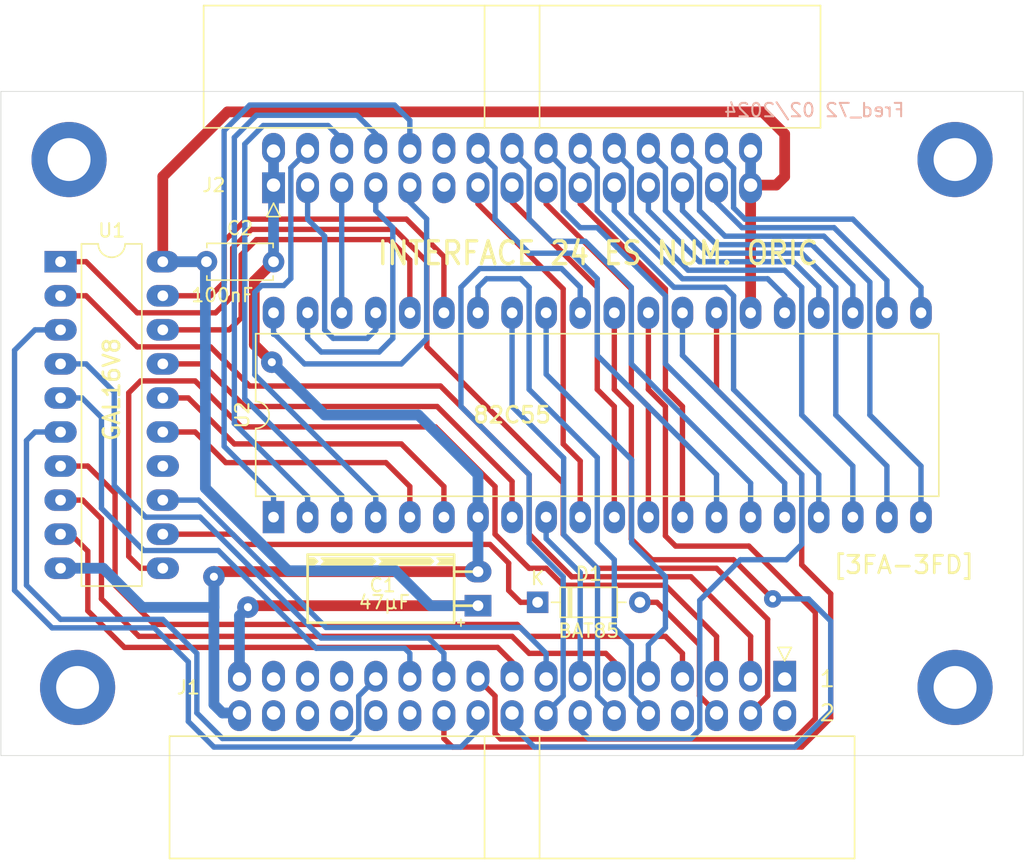
<source format=kicad_pcb>
(kicad_pcb (version 20171130) (host pcbnew "(5.1.12)-1")

  (general
    (thickness 1.6)
    (drawings 9)
    (tracks 438)
    (zones 0)
    (modules 11)
    (nets 68)
  )

  (page A4)
  (title_block
    (title "INTERFACE 8 ENTREES/SORTIES LOGIQUES ORIC")
    (rev 1.0)
  )

  (layers
    (0 F.Cu signal)
    (31 B.Cu signal)
    (32 B.Adhes user)
    (33 F.Adhes user)
    (34 B.Paste user)
    (35 F.Paste user)
    (36 B.SilkS user)
    (37 F.SilkS user)
    (38 B.Mask user)
    (39 F.Mask user)
    (40 Dwgs.User user)
    (41 Cmts.User user)
    (42 Eco1.User user)
    (43 Eco2.User user)
    (44 Edge.Cuts user)
    (45 Margin user)
    (46 B.CrtYd user)
    (47 F.CrtYd user)
    (48 B.Fab user)
    (49 F.Fab user)
  )

  (setup
    (last_trace_width 0.4)
    (user_trace_width 0.4)
    (user_trace_width 0.6)
    (user_trace_width 0.8)
    (trace_clearance 0.2)
    (zone_clearance 0.508)
    (zone_45_only no)
    (trace_min 0)
    (via_size 1.3)
    (via_drill 0.5)
    (via_min_size 0.4)
    (via_min_drill 0.3)
    (user_via 1.3 0.5)
    (uvia_size 0.3)
    (uvia_drill 0.1)
    (uvias_allowed no)
    (uvia_min_size 0.2)
    (uvia_min_drill 0.1)
    (edge_width 0.05)
    (segment_width 0.2)
    (pcb_text_width 0.3)
    (pcb_text_size 1.5 1.5)
    (mod_edge_width 0.12)
    (mod_text_size 1 1)
    (mod_text_width 0.15)
    (pad_size 1.6 2)
    (pad_drill 0.8)
    (pad_to_mask_clearance 0)
    (aux_axis_origin 114.3 101.6)
    (visible_elements 7FFFFFFF)
    (pcbplotparams
      (layerselection 0x010f0_ffffffff)
      (usegerberextensions true)
      (usegerberattributes true)
      (usegerberadvancedattributes true)
      (creategerberjobfile false)
      (excludeedgelayer false)
      (linewidth 0.100000)
      (plotframeref false)
      (viasonmask false)
      (mode 1)
      (useauxorigin true)
      (hpglpennumber 1)
      (hpglpenspeed 20)
      (hpglpendiameter 15.000000)
      (psnegative false)
      (psa4output false)
      (plotreference true)
      (plotvalue true)
      (plotinvisibletext false)
      (padsonsilk false)
      (subtractmaskfromsilk false)
      (outputformat 1)
      (mirror false)
      (drillshape 0)
      (scaleselection 1)
      (outputdirectory "Gerber/"))
  )

  (net 0 "")
  (net 1 GND)
  (net 2 VCC)
  (net 3 /~RESET)
  (net 4 /D0)
  (net 5 /D1)
  (net 6 /D2)
  (net 7 /D3)
  (net 8 /D4)
  (net 9 /D5)
  (net 10 /D6)
  (net 11 /D7)
  (net 12 /A0)
  (net 13 /A1)
  (net 14 /A2)
  (net 15 /A3)
  (net 16 /A4)
  (net 17 /A5)
  (net 18 /A6)
  (net 19 /A7)
  (net 20 /A8)
  (net 21 /A9)
  (net 22 /A10)
  (net 23 /A11)
  (net 24 /A12)
  (net 25 /A13)
  (net 26 /A14)
  (net 27 /A15)
  (net 28 /~IOCTRL)
  (net 29 /~IRQ)
  (net 30 /~ROMDIS)
  (net 31 /R_~W)
  (net 32 /~IO)
  (net 33 /PHI2)
  (net 34 /~MAP)
  (net 35 "Net-(U1-Pad18)")
  (net 36 "Net-(U1-Pad16)")
  (net 37 "Net-(U1-Pad14)")
  (net 38 /PB3)
  (net 39 /PB2)
  (net 40 /PB1)
  (net 41 /PB0)
  (net 42 /PC3)
  (net 43 /PC2)
  (net 44 /PC1)
  (net 45 /PC0)
  (net 46 "Net-(J2-Pad12)")
  (net 47 /PA3)
  (net 48 /PA2)
  (net 49 /PA1)
  (net 50 /PA0)
  (net 51 /PB4)
  (net 52 /PB5)
  (net 53 /PB6)
  (net 54 /PB7)
  (net 55 /PC4)
  (net 56 /PC5)
  (net 57 /PC6)
  (net 58 /PC7)
  (net 59 "Net-(J2-Pad11)")
  (net 60 /PA4)
  (net 61 /PA5)
  (net 62 /PA6)
  (net 63 /PA7)
  (net 64 /nA1)
  (net 65 "Net-(U1-Pad19)")
  (net 66 "Net-(U1-Pad15)")
  (net 67 "Net-(D1-Pad1)")

  (net_class Default "This is the default net class."
    (clearance 0.2)
    (trace_width 0.4)
    (via_dia 1.3)
    (via_drill 0.5)
    (uvia_dia 0.3)
    (uvia_drill 0.1)
    (add_net /A0)
    (add_net /A1)
    (add_net /A10)
    (add_net /A11)
    (add_net /A12)
    (add_net /A13)
    (add_net /A14)
    (add_net /A15)
    (add_net /A2)
    (add_net /A3)
    (add_net /A4)
    (add_net /A5)
    (add_net /A6)
    (add_net /A7)
    (add_net /A8)
    (add_net /A9)
    (add_net /D0)
    (add_net /D1)
    (add_net /D2)
    (add_net /D3)
    (add_net /D4)
    (add_net /D5)
    (add_net /D6)
    (add_net /D7)
    (add_net /PA0)
    (add_net /PA1)
    (add_net /PA2)
    (add_net /PA3)
    (add_net /PA4)
    (add_net /PA5)
    (add_net /PA6)
    (add_net /PA7)
    (add_net /PB0)
    (add_net /PB1)
    (add_net /PB2)
    (add_net /PB3)
    (add_net /PB4)
    (add_net /PB5)
    (add_net /PB6)
    (add_net /PB7)
    (add_net /PC0)
    (add_net /PC1)
    (add_net /PC2)
    (add_net /PC3)
    (add_net /PC4)
    (add_net /PC5)
    (add_net /PC6)
    (add_net /PC7)
    (add_net /PHI2)
    (add_net /R_~W)
    (add_net /nA1)
    (add_net /~IO)
    (add_net /~IOCTRL)
    (add_net /~IRQ)
    (add_net /~MAP)
    (add_net /~RESET)
    (add_net /~ROMDIS)
    (add_net "Net-(D1-Pad1)")
    (add_net "Net-(J2-Pad11)")
    (add_net "Net-(J2-Pad12)")
    (add_net "Net-(U1-Pad14)")
    (add_net "Net-(U1-Pad15)")
    (add_net "Net-(U1-Pad16)")
    (add_net "Net-(U1-Pad18)")
    (add_net "Net-(U1-Pad19)")
  )

  (net_class ALIM ""
    (clearance 0.2)
    (trace_width 0.8)
    (via_dia 1.6)
    (via_drill 0.6)
    (uvia_dia 0.3)
    (uvia_drill 0.1)
    (add_net GND)
    (add_net VCC)
  )

  (module Diode_THT:D_DO-35_SOD27_P7.62mm_Horizontal (layer F.Cu) (tedit 5AE50CD5) (tstamp 65D68D01)
    (at 154.305 90.17)
    (descr "Diode, DO-35_SOD27 series, Axial, Horizontal, pin pitch=7.62mm, , length*diameter=4*2mm^2, , http://www.diodes.com/_files/packages/DO-35.pdf")
    (tags "Diode DO-35_SOD27 series Axial Horizontal pin pitch 7.62mm  length 4mm diameter 2mm")
    (path /65D7C5D2)
    (fp_text reference D1 (at 3.81 -2.12) (layer F.SilkS)
      (effects (font (size 1 1) (thickness 0.15)))
    )
    (fp_text value BAT85 (at 3.81 2.12) (layer F.SilkS)
      (effects (font (size 1 1) (thickness 0.15)))
    )
    (fp_text user K (at 0 -1.8) (layer F.SilkS)
      (effects (font (size 1 1) (thickness 0.15)))
    )
    (fp_text user K (at 0 -1.8) (layer F.Fab)
      (effects (font (size 1 1) (thickness 0.15)))
    )
    (fp_text user %R (at 4.11 0) (layer F.Fab)
      (effects (font (size 0.8 0.8) (thickness 0.12)))
    )
    (fp_line (start 1.81 -1) (end 1.81 1) (layer F.Fab) (width 0.1))
    (fp_line (start 1.81 1) (end 5.81 1) (layer F.Fab) (width 0.1))
    (fp_line (start 5.81 1) (end 5.81 -1) (layer F.Fab) (width 0.1))
    (fp_line (start 5.81 -1) (end 1.81 -1) (layer F.Fab) (width 0.1))
    (fp_line (start 0 0) (end 1.81 0) (layer F.Fab) (width 0.1))
    (fp_line (start 7.62 0) (end 5.81 0) (layer F.Fab) (width 0.1))
    (fp_line (start 2.41 -1) (end 2.41 1) (layer F.Fab) (width 0.1))
    (fp_line (start 2.51 -1) (end 2.51 1) (layer F.Fab) (width 0.1))
    (fp_line (start 2.31 -1) (end 2.31 1) (layer F.Fab) (width 0.1))
    (fp_line (start 1.69 -1.12) (end 1.69 1.12) (layer F.SilkS) (width 0.12))
    (fp_line (start 1.69 1.12) (end 5.93 1.12) (layer F.SilkS) (width 0.12))
    (fp_line (start 5.93 1.12) (end 5.93 -1.12) (layer F.SilkS) (width 0.12))
    (fp_line (start 5.93 -1.12) (end 1.69 -1.12) (layer F.SilkS) (width 0.12))
    (fp_line (start 1.04 0) (end 1.69 0) (layer F.SilkS) (width 0.12))
    (fp_line (start 6.58 0) (end 5.93 0) (layer F.SilkS) (width 0.12))
    (fp_line (start 2.41 -1.12) (end 2.41 1.12) (layer F.SilkS) (width 0.12))
    (fp_line (start 2.53 -1.12) (end 2.53 1.12) (layer F.SilkS) (width 0.12))
    (fp_line (start 2.29 -1.12) (end 2.29 1.12) (layer F.SilkS) (width 0.12))
    (fp_line (start -1.05 -1.25) (end -1.05 1.25) (layer F.CrtYd) (width 0.05))
    (fp_line (start -1.05 1.25) (end 8.67 1.25) (layer F.CrtYd) (width 0.05))
    (fp_line (start 8.67 1.25) (end 8.67 -1.25) (layer F.CrtYd) (width 0.05))
    (fp_line (start 8.67 -1.25) (end -1.05 -1.25) (layer F.CrtYd) (width 0.05))
    (pad 2 thru_hole oval (at 7.62 0) (size 1.6 1.6) (drill 0.8) (layers *.Cu *.Mask)
      (net 28 /~IOCTRL))
    (pad 1 thru_hole rect (at 0 0) (size 1.6 1.6) (drill 0.8) (layers *.Cu *.Mask)
      (net 67 "Net-(D1-Pad1)"))
    (model ${KISYS3DMOD}/Diode_THT.3dshapes/D_DO-35_SOD27_P7.62mm_Horizontal.wrl
      (at (xyz 0 0 0))
      (scale (xyz 1 1 1))
      (rotate (xyz 0 0 0))
    )
  )

  (module Package_DIP:DIP-20_W7.62mm_LongPads (layer F.Cu) (tedit 5A02E8C5) (tstamp 65D0FFB3)
    (at 118.745 64.77)
    (descr "20-lead though-hole mounted DIP package, row spacing 7.62 mm (300 mils), LongPads")
    (tags "THT DIP DIL PDIP 2.54mm 7.62mm 300mil LongPads")
    (path /65C7E3B8)
    (fp_text reference U1 (at 3.81 -2.33) (layer F.SilkS)
      (effects (font (size 1 1) (thickness 0.15)))
    )
    (fp_text value GAL16V8 (at 3.81 9.525 90) (layer F.SilkS)
      (effects (font (size 1.2 1.2) (thickness 0.2)))
    )
    (fp_line (start 1.635 -1.27) (end 6.985 -1.27) (layer F.Fab) (width 0.1))
    (fp_line (start 6.985 -1.27) (end 6.985 24.13) (layer F.Fab) (width 0.1))
    (fp_line (start 6.985 24.13) (end 0.635 24.13) (layer F.Fab) (width 0.1))
    (fp_line (start 0.635 24.13) (end 0.635 -0.27) (layer F.Fab) (width 0.1))
    (fp_line (start 0.635 -0.27) (end 1.635 -1.27) (layer F.Fab) (width 0.1))
    (fp_line (start 2.81 -1.33) (end 1.56 -1.33) (layer F.SilkS) (width 0.12))
    (fp_line (start 1.56 -1.33) (end 1.56 24.19) (layer F.SilkS) (width 0.12))
    (fp_line (start 1.56 24.19) (end 6.06 24.19) (layer F.SilkS) (width 0.12))
    (fp_line (start 6.06 24.19) (end 6.06 -1.33) (layer F.SilkS) (width 0.12))
    (fp_line (start 6.06 -1.33) (end 4.81 -1.33) (layer F.SilkS) (width 0.12))
    (fp_line (start -1.45 -1.55) (end -1.45 24.4) (layer F.CrtYd) (width 0.05))
    (fp_line (start -1.45 24.4) (end 9.1 24.4) (layer F.CrtYd) (width 0.05))
    (fp_line (start 9.1 24.4) (end 9.1 -1.55) (layer F.CrtYd) (width 0.05))
    (fp_line (start 9.1 -1.55) (end -1.45 -1.55) (layer F.CrtYd) (width 0.05))
    (fp_text user %R (at 3.81 11.43) (layer F.Fab)
      (effects (font (size 1 1) (thickness 0.15)))
    )
    (fp_arc (start 3.81 -1.33) (end 2.81 -1.33) (angle -180) (layer F.SilkS) (width 0.12))
    (pad 20 thru_hole oval (at 7.62 0) (size 2.4 1.6) (drill 0.8) (layers *.Cu *.Mask)
      (net 2 VCC))
    (pad 10 thru_hole oval (at 0 22.86) (size 2.4 1.6) (drill 0.8) (layers *.Cu *.Mask)
      (net 1 GND))
    (pad 19 thru_hole oval (at 7.62 2.54) (size 2.4 1.6) (drill 0.8) (layers *.Cu *.Mask)
      (net 65 "Net-(U1-Pad19)"))
    (pad 9 thru_hole oval (at 0 20.32) (size 2.4 1.6) (drill 0.8) (layers *.Cu *.Mask)
      (net 14 /A2))
    (pad 18 thru_hole oval (at 7.62 5.08) (size 2.4 1.6) (drill 0.8) (layers *.Cu *.Mask)
      (net 35 "Net-(U1-Pad18)"))
    (pad 8 thru_hole oval (at 0 17.78) (size 2.4 1.6) (drill 0.8) (layers *.Cu *.Mask)
      (net 15 /A3))
    (pad 17 thru_hole oval (at 7.62 7.62) (size 2.4 1.6) (drill 0.8) (layers *.Cu *.Mask)
      (net 64 /nA1))
    (pad 7 thru_hole oval (at 0 15.24) (size 2.4 1.6) (drill 0.8) (layers *.Cu *.Mask)
      (net 31 /R_~W))
    (pad 16 thru_hole oval (at 7.62 10.16) (size 2.4 1.6) (drill 0.8) (layers *.Cu *.Mask)
      (net 36 "Net-(U1-Pad16)"))
    (pad 6 thru_hole oval (at 0 12.7) (size 2.4 1.6) (drill 0.8) (layers *.Cu *.Mask)
      (net 19 /A7))
    (pad 15 thru_hole oval (at 7.62 12.7) (size 2.4 1.6) (drill 0.8) (layers *.Cu *.Mask)
      (net 66 "Net-(U1-Pad15)"))
    (pad 5 thru_hole oval (at 0 10.16) (size 2.4 1.6) (drill 0.8) (layers *.Cu *.Mask)
      (net 18 /A6))
    (pad 14 thru_hole oval (at 7.62 15.24) (size 2.4 1.6) (drill 0.8) (layers *.Cu *.Mask)
      (net 37 "Net-(U1-Pad14)"))
    (pad 4 thru_hole oval (at 0 7.62) (size 2.4 1.6) (drill 0.8) (layers *.Cu *.Mask)
      (net 17 /A5))
    (pad 13 thru_hole oval (at 7.62 17.78) (size 2.4 1.6) (drill 0.8) (layers *.Cu *.Mask)
      (net 13 /A1))
    (pad 3 thru_hole oval (at 0 5.08) (size 2.4 1.6) (drill 0.8) (layers *.Cu *.Mask)
      (net 16 /A4))
    (pad 12 thru_hole oval (at 7.62 20.32) (size 2.4 1.6) (drill 0.8) (layers *.Cu *.Mask)
      (net 67 "Net-(D1-Pad1)"))
    (pad 2 thru_hole oval (at 0 2.54) (size 2.4 1.6) (drill 0.8) (layers *.Cu *.Mask)
      (net 33 /PHI2))
    (pad 11 thru_hole oval (at 7.62 22.86) (size 2.4 1.6) (drill 0.8) (layers *.Cu *.Mask)
      (net 32 /~IO))
    (pad 1 thru_hole rect (at 0 0) (size 2.4 1.6) (drill 0.8) (layers *.Cu *.Mask)
      (net 3 /~RESET))
    (model ${KISYS3DMOD}/Package_DIP.3dshapes/DIP-20_W7.62mm.wrl
      (at (xyz 0 0 0))
      (scale (xyz 1 1 1))
      (rotate (xyz 0 0 0))
    )
  )

  (module Connector_IDC:IDC-Header_2x17_P2.54mm_Horizontal (layer F.Cu) (tedit 65D0EB39) (tstamp 61C6FA4B)
    (at 172.72 95.885 270)
    (descr "Through hole IDC box header, 2x17, 2.54mm pitch, DIN 41651 / IEC 60603-13, double rows, https://docs.google.com/spreadsheets/d/16SsEcesNF15N3Lb4niX7dcUr-NY5_MFPQhobNuNppn4/edit#gid=0")
    (tags "Through hole horizontal IDC box header THT 2x17 2.54mm double row")
    (path /61C6A672)
    (fp_text reference J1 (at 0.635 44.45 180) (layer F.SilkS)
      (effects (font (size 1 1) (thickness 0.15)))
    )
    (fp_text value SLOT1 (at 6.215 46.74 90) (layer F.Fab)
      (effects (font (size 1 1) (thickness 0.15)))
    )
    (fp_line (start 13.78 -5.6) (end -1.35 -5.6) (layer F.CrtYd) (width 0.05))
    (fp_line (start 13.78 46.24) (end 13.78 -5.6) (layer F.CrtYd) (width 0.05))
    (fp_line (start -1.35 46.24) (end 13.78 46.24) (layer F.CrtYd) (width 0.05))
    (fp_line (start -1.35 -5.6) (end -1.35 46.24) (layer F.CrtYd) (width 0.05))
    (fp_line (start -2.35 0.5) (end -1.35 0) (layer F.SilkS) (width 0.12))
    (fp_line (start -2.35 -0.5) (end -2.35 0.5) (layer F.SilkS) (width 0.12))
    (fp_line (start -1.35 0) (end -2.35 -0.5) (layer F.SilkS) (width 0.12))
    (fp_line (start 4.27 45.85) (end 4.27 -5.21) (layer F.SilkS) (width 0.12))
    (fp_line (start 13.39 45.85) (end 4.27 45.85) (layer F.SilkS) (width 0.12))
    (fp_line (start 13.39 -5.21) (end 13.39 45.85) (layer F.SilkS) (width 0.12))
    (fp_line (start 4.27 -5.21) (end 13.39 -5.21) (layer F.SilkS) (width 0.12))
    (fp_line (start 4.38 45.74) (end 4.38 -4.1) (layer F.Fab) (width 0.1))
    (fp_line (start 13.28 45.74) (end 4.38 45.74) (layer F.Fab) (width 0.1))
    (fp_line (start 13.28 -5.1) (end 13.28 45.74) (layer F.Fab) (width 0.1))
    (fp_line (start 5.38 -5.1) (end 13.28 -5.1) (layer F.Fab) (width 0.1))
    (fp_line (start -0.32 40.96) (end 4.38 40.96) (layer F.Fab) (width 0.1))
    (fp_line (start -0.32 40.32) (end -0.32 40.96) (layer F.Fab) (width 0.1))
    (fp_line (start 4.38 40.32) (end -0.32 40.32) (layer F.Fab) (width 0.1))
    (fp_line (start -0.32 38.42) (end 4.38 38.42) (layer F.Fab) (width 0.1))
    (fp_line (start -0.32 37.78) (end -0.32 38.42) (layer F.Fab) (width 0.1))
    (fp_line (start 4.38 37.78) (end -0.32 37.78) (layer F.Fab) (width 0.1))
    (fp_line (start -0.32 35.88) (end 4.38 35.88) (layer F.Fab) (width 0.1))
    (fp_line (start -0.32 35.24) (end -0.32 35.88) (layer F.Fab) (width 0.1))
    (fp_line (start 4.38 35.24) (end -0.32 35.24) (layer F.Fab) (width 0.1))
    (fp_line (start -0.32 33.34) (end 4.38 33.34) (layer F.Fab) (width 0.1))
    (fp_line (start -0.32 32.7) (end -0.32 33.34) (layer F.Fab) (width 0.1))
    (fp_line (start 4.38 32.7) (end -0.32 32.7) (layer F.Fab) (width 0.1))
    (fp_line (start -0.32 30.8) (end 4.38 30.8) (layer F.Fab) (width 0.1))
    (fp_line (start -0.32 30.16) (end -0.32 30.8) (layer F.Fab) (width 0.1))
    (fp_line (start 4.38 30.16) (end -0.32 30.16) (layer F.Fab) (width 0.1))
    (fp_line (start -0.32 28.26) (end 4.38 28.26) (layer F.Fab) (width 0.1))
    (fp_line (start -0.32 27.62) (end -0.32 28.26) (layer F.Fab) (width 0.1))
    (fp_line (start 4.38 27.62) (end -0.32 27.62) (layer F.Fab) (width 0.1))
    (fp_line (start -0.32 25.72) (end 4.38 25.72) (layer F.Fab) (width 0.1))
    (fp_line (start -0.32 25.08) (end -0.32 25.72) (layer F.Fab) (width 0.1))
    (fp_line (start 4.38 25.08) (end -0.32 25.08) (layer F.Fab) (width 0.1))
    (fp_line (start -0.32 23.18) (end 4.38 23.18) (layer F.Fab) (width 0.1))
    (fp_line (start -0.32 22.54) (end -0.32 23.18) (layer F.Fab) (width 0.1))
    (fp_line (start 4.38 22.54) (end -0.32 22.54) (layer F.Fab) (width 0.1))
    (fp_line (start -0.32 20.64) (end 4.38 20.64) (layer F.Fab) (width 0.1))
    (fp_line (start -0.32 20) (end -0.32 20.64) (layer F.Fab) (width 0.1))
    (fp_line (start 4.38 20) (end -0.32 20) (layer F.Fab) (width 0.1))
    (fp_line (start -0.32 18.1) (end 4.38 18.1) (layer F.Fab) (width 0.1))
    (fp_line (start -0.32 17.46) (end -0.32 18.1) (layer F.Fab) (width 0.1))
    (fp_line (start 4.38 17.46) (end -0.32 17.46) (layer F.Fab) (width 0.1))
    (fp_line (start -0.32 15.56) (end 4.38 15.56) (layer F.Fab) (width 0.1))
    (fp_line (start -0.32 14.92) (end -0.32 15.56) (layer F.Fab) (width 0.1))
    (fp_line (start 4.38 14.92) (end -0.32 14.92) (layer F.Fab) (width 0.1))
    (fp_line (start -0.32 13.02) (end 4.38 13.02) (layer F.Fab) (width 0.1))
    (fp_line (start -0.32 12.38) (end -0.32 13.02) (layer F.Fab) (width 0.1))
    (fp_line (start 4.38 12.38) (end -0.32 12.38) (layer F.Fab) (width 0.1))
    (fp_line (start -0.32 10.48) (end 4.38 10.48) (layer F.Fab) (width 0.1))
    (fp_line (start -0.32 9.84) (end -0.32 10.48) (layer F.Fab) (width 0.1))
    (fp_line (start 4.38 9.84) (end -0.32 9.84) (layer F.Fab) (width 0.1))
    (fp_line (start -0.32 7.94) (end 4.38 7.94) (layer F.Fab) (width 0.1))
    (fp_line (start -0.32 7.3) (end -0.32 7.94) (layer F.Fab) (width 0.1))
    (fp_line (start 4.38 7.3) (end -0.32 7.3) (layer F.Fab) (width 0.1))
    (fp_line (start -0.32 5.4) (end 4.38 5.4) (layer F.Fab) (width 0.1))
    (fp_line (start -0.32 4.76) (end -0.32 5.4) (layer F.Fab) (width 0.1))
    (fp_line (start 4.38 4.76) (end -0.32 4.76) (layer F.Fab) (width 0.1))
    (fp_line (start -0.32 2.86) (end 4.38 2.86) (layer F.Fab) (width 0.1))
    (fp_line (start -0.32 2.22) (end -0.32 2.86) (layer F.Fab) (width 0.1))
    (fp_line (start 4.38 2.22) (end -0.32 2.22) (layer F.Fab) (width 0.1))
    (fp_line (start -0.32 0.32) (end 4.38 0.32) (layer F.Fab) (width 0.1))
    (fp_line (start -0.32 -0.32) (end -0.32 0.32) (layer F.Fab) (width 0.1))
    (fp_line (start 4.38 -0.32) (end -0.32 -0.32) (layer F.Fab) (width 0.1))
    (fp_line (start 4.27 22.37) (end 13.39 22.37) (layer F.SilkS) (width 0.12))
    (fp_line (start 4.27 18.27) (end 13.39 18.27) (layer F.SilkS) (width 0.12))
    (fp_line (start 4.38 22.37) (end 13.28 22.37) (layer F.Fab) (width 0.1))
    (fp_line (start 4.38 18.27) (end 13.28 18.27) (layer F.Fab) (width 0.1))
    (fp_line (start 4.38 -4.1) (end 5.38 -5.1) (layer F.Fab) (width 0.1))
    (fp_text user %R (at 8.83 20.32) (layer F.Fab)
      (effects (font (size 1 1) (thickness 0.15)))
    )
    (pad 34 thru_hole oval (at 2.54 40.64 270) (size 2.3 1.7) (drill 1 (offset 0.2 0)) (layers *.Cu *.Mask)
      (net 1 GND))
    (pad 32 thru_hole oval (at 2.54 38.1 270) (size 2.3 1.7) (drill 1 (offset 0.2 0)) (layers *.Cu *.Mask)
      (net 23 /A11))
    (pad 30 thru_hole oval (at 2.54 35.56 270) (size 2.3 1.7) (drill 1 (offset 0.2 0)) (layers *.Cu *.Mask)
      (net 24 /A12))
    (pad 28 thru_hole oval (at 2.54 33.02 270) (size 2.3 1.7) (drill 1 (offset 0.2 0)) (layers *.Cu *.Mask)
      (net 25 /A13))
    (pad 26 thru_hole oval (at 2.54 30.48 270) (size 2.3 1.7) (drill 1 (offset 0.2 0)) (layers *.Cu *.Mask)
      (net 26 /A14))
    (pad 24 thru_hole oval (at 2.54 27.94 270) (size 2.3 1.7) (drill 1 (offset 0.2 0)) (layers *.Cu *.Mask)
      (net 27 /A15))
    (pad 22 thru_hole oval (at 2.54 25.4 270) (size 2.3 1.7) (drill 1 (offset 0.2 0)) (layers *.Cu *.Mask)
      (net 11 /D7))
    (pad 20 thru_hole oval (at 2.54 22.86 270) (size 2.3 1.7) (drill 1 (offset 0.2 0)) (layers *.Cu *.Mask)
      (net 16 /A4))
    (pad 18 thru_hole oval (at 2.54 20.32 270) (size 2.3 1.7) (drill 1 (offset 0.2 0)) (layers *.Cu *.Mask)
      (net 8 /D4))
    (pad 16 thru_hole oval (at 2.54 17.78 270) (size 2.3 1.7) (drill 1 (offset 0.2 0)) (layers *.Cu *.Mask)
      (net 7 /D3))
    (pad 14 thru_hole oval (at 2.54 15.24 270) (size 2.3 1.7) (drill 1 (offset 0.2 0)) (layers *.Cu *.Mask)
      (net 10 /D6))
    (pad 12 thru_hole oval (at 2.54 12.7 270) (size 2.3 1.7) (drill 1 (offset 0.2 0)) (layers *.Cu *.Mask)
      (net 5 /D1))
    (pad 10 thru_hole oval (at 2.54 10.16 270) (size 2.3 1.7) (drill 1 (offset 0.2 0)) (layers *.Cu *.Mask)
      (net 4 /D0))
    (pad 8 thru_hole oval (at 2.54 7.62 270) (size 2.3 1.7) (drill 1 (offset 0.2 0)) (layers *.Cu *.Mask)
      (net 29 /~IRQ))
    (pad 6 thru_hole oval (at 2.54 5.08 270) (size 2.3 1.7) (drill 1 (offset 0.2 0)) (layers *.Cu *.Mask)
      (net 28 /~IOCTRL))
    (pad 4 thru_hole oval (at 2.54 2.54 270) (size 2.3 1.7) (drill 1 (offset 0.2 0)) (layers *.Cu *.Mask)
      (net 3 /~RESET))
    (pad 2 thru_hole oval (at 2.54 0 270) (size 2.3 1.7) (drill 1 (offset 0.2 0)) (layers *.Cu *.Mask)
      (net 30 /~ROMDIS))
    (pad 33 thru_hole oval (at 0 40.64 270) (size 2.3 1.7) (drill 1 (offset -0.2 0)) (layers *.Cu *.Mask)
      (net 2 VCC))
    (pad 31 thru_hole oval (at 0 38.1 270) (size 2.3 1.7) (drill 1 (offset -0.2 0)) (layers *.Cu *.Mask)
      (net 22 /A10))
    (pad 29 thru_hole oval (at 0 35.56 270) (size 2.3 1.7) (drill 1 (offset -0.2 0)) (layers *.Cu *.Mask)
      (net 21 /A9))
    (pad 27 thru_hole oval (at 0 33.02 270) (size 2.3 1.7) (drill 1 (offset -0.2 0)) (layers *.Cu *.Mask)
      (net 20 /A8))
    (pad 25 thru_hole oval (at 0 30.48 270) (size 2.3 1.7) (drill 1 (offset -0.2 0)) (layers *.Cu *.Mask)
      (net 19 /A7))
    (pad 23 thru_hole oval (at 0 27.94 270) (size 2.3 1.7) (drill 1 (offset -0.2 0)) (layers *.Cu *.Mask)
      (net 18 /A6))
    (pad 21 thru_hole oval (at 0 25.4 270) (size 2.3 1.7) (drill 1 (offset -0.2 0)) (layers *.Cu *.Mask)
      (net 17 /A5))
    (pad 19 thru_hole oval (at 0 22.86 270) (size 2.3 1.7) (drill 1 (offset -0.2 0)) (layers *.Cu *.Mask)
      (net 9 /D5))
    (pad 17 thru_hole oval (at 0 20.32 270) (size 2.3 1.7) (drill 1 (offset -0.2 0)) (layers *.Cu *.Mask)
      (net 14 /A2))
    (pad 15 thru_hole oval (at 0 17.78 270) (size 2.3 1.7) (drill 1 (offset -0.2 0)) (layers *.Cu *.Mask)
      (net 13 /A1))
    (pad 13 thru_hole oval (at 0 15.24 270) (size 2.3 1.7) (drill 1 (offset -0.2 0)) (layers *.Cu *.Mask)
      (net 12 /A0))
    (pad 11 thru_hole oval (at 0 12.7 270) (size 2.3 1.7) (drill 1 (offset -0.2 0)) (layers *.Cu *.Mask)
      (net 15 /A3))
    (pad 9 thru_hole oval (at 0 10.16 270) (size 2.3 1.7) (drill 1 (offset -0.2 0)) (layers *.Cu *.Mask)
      (net 6 /D2))
    (pad 7 thru_hole oval (at 0 7.62 270) (size 2.3 1.7) (drill 1 (offset -0.2 0)) (layers *.Cu *.Mask)
      (net 31 /R_~W))
    (pad 5 thru_hole oval (at 0 5.08 270) (size 2.3 1.7) (drill 1 (offset -0.2 0)) (layers *.Cu *.Mask)
      (net 32 /~IO))
    (pad 3 thru_hole oval (at 0 2.54 270) (size 2.3 1.7) (drill 1 (offset -0.2 0)) (layers *.Cu *.Mask)
      (net 33 /PHI2))
    (pad 1 thru_hole rect (at 0 0 270) (size 2.3 1.7) (drill 1 (offset -0.2 0)) (layers *.Cu *.Mask)
      (net 34 /~MAP))
    (model ${KISYS3DMOD}/Connector_IDC.3dshapes/IDC-Header_2x17_P2.54mm_Horizontal.wrl
      (at (xyz 0 0 0))
      (scale (xyz 1 1 1))
      (rotate (xyz 0 0 0))
    )
  )

  (module MountingHole:MountingHole_3.2mm_M3_DIN965_Pad (layer F.Cu) (tedit 56D1B4CB) (tstamp 65D161F5)
    (at 185.42 96.52)
    (descr "Mounting Hole 3.2mm, M3, DIN965")
    (tags "mounting hole 3.2mm m3 din965")
    (path /65D42801)
    (attr virtual)
    (fp_text reference H4 (at 0 -3.8) (layer F.SilkS) hide
      (effects (font (size 1 1) (thickness 0.15)))
    )
    (fp_text value MountingHole (at 0 3.8) (layer F.Fab)
      (effects (font (size 1 1) (thickness 0.15)))
    )
    (fp_circle (center 0 0) (end 2.8 0) (layer Cmts.User) (width 0.15))
    (fp_circle (center 0 0) (end 3.05 0) (layer F.CrtYd) (width 0.05))
    (fp_text user %R (at 0.3 0) (layer F.Fab)
      (effects (font (size 1 1) (thickness 0.15)))
    )
    (pad 1 thru_hole circle (at 0 0) (size 5.6 5.6) (drill 3.2) (layers *.Cu *.Mask))
  )

  (module MountingHole:MountingHole_3.2mm_M3_DIN965_Pad (layer F.Cu) (tedit 56D1B4CB) (tstamp 65D161ED)
    (at 120.015 96.52)
    (descr "Mounting Hole 3.2mm, M3, DIN965")
    (tags "mounting hole 3.2mm m3 din965")
    (path /65D427FB)
    (attr virtual)
    (fp_text reference H3 (at 0 -3.8) (layer F.SilkS) hide
      (effects (font (size 1 1) (thickness 0.15)))
    )
    (fp_text value MountingHole (at 0 3.8) (layer F.Fab)
      (effects (font (size 1 1) (thickness 0.15)))
    )
    (fp_circle (center 0 0) (end 2.8 0) (layer Cmts.User) (width 0.15))
    (fp_circle (center 0 0) (end 3.05 0) (layer F.CrtYd) (width 0.05))
    (fp_text user %R (at 0.3 0) (layer F.Fab)
      (effects (font (size 1 1) (thickness 0.15)))
    )
    (pad 1 thru_hole circle (at 0 0) (size 5.6 5.6) (drill 3.2) (layers *.Cu *.Mask))
  )

  (module Package_DIP:DIP-40_W15.24mm_LongPads (layer F.Cu) (tedit 5A02E8C5) (tstamp 65D0FFEF)
    (at 134.62 83.82 90)
    (descr "40-lead though-hole mounted DIP package, row spacing 15.24 mm (600 mils), LongPads")
    (tags "THT DIP DIL PDIP 2.54mm 15.24mm 600mil LongPads")
    (path /65C7A742)
    (fp_text reference U2 (at 7.62 -2.33 90) (layer F.SilkS)
      (effects (font (size 1 1) (thickness 0.15)))
    )
    (fp_text value 82C55 (at 7.62 17.78 180) (layer F.SilkS)
      (effects (font (size 1.2 1.2) (thickness 0.2)))
    )
    (fp_line (start 1.255 -1.27) (end 14.985 -1.27) (layer F.Fab) (width 0.1))
    (fp_line (start 14.985 -1.27) (end 14.985 49.53) (layer F.Fab) (width 0.1))
    (fp_line (start 14.985 49.53) (end 0.255 49.53) (layer F.Fab) (width 0.1))
    (fp_line (start 0.255 49.53) (end 0.255 -0.27) (layer F.Fab) (width 0.1))
    (fp_line (start 0.255 -0.27) (end 1.255 -1.27) (layer F.Fab) (width 0.1))
    (fp_line (start 6.62 -1.33) (end 1.56 -1.33) (layer F.SilkS) (width 0.12))
    (fp_line (start 1.56 -1.33) (end 1.56 49.59) (layer F.SilkS) (width 0.12))
    (fp_line (start 1.56 49.59) (end 13.68 49.59) (layer F.SilkS) (width 0.12))
    (fp_line (start 13.68 49.59) (end 13.68 -1.33) (layer F.SilkS) (width 0.12))
    (fp_line (start 13.68 -1.33) (end 8.62 -1.33) (layer F.SilkS) (width 0.12))
    (fp_line (start -1.5 -1.55) (end -1.5 49.8) (layer F.CrtYd) (width 0.05))
    (fp_line (start -1.5 49.8) (end 16.7 49.8) (layer F.CrtYd) (width 0.05))
    (fp_line (start 16.7 49.8) (end 16.7 -1.55) (layer F.CrtYd) (width 0.05))
    (fp_line (start 16.7 -1.55) (end -1.5 -1.55) (layer F.CrtYd) (width 0.05))
    (fp_text user %R (at 7.62 24.13 90) (layer F.Fab)
      (effects (font (size 1 1) (thickness 0.15)))
    )
    (fp_arc (start 7.62 -1.33) (end 6.62 -1.33) (angle -180) (layer F.SilkS) (width 0.12))
    (pad 40 thru_hole oval (at 15.24 0 90) (size 2.4 1.6) (drill 0.8) (layers *.Cu *.Mask)
      (net 60 /PA4))
    (pad 20 thru_hole oval (at 0 48.26 90) (size 2.4 1.6) (drill 0.8) (layers *.Cu *.Mask)
      (net 39 /PB2))
    (pad 39 thru_hole oval (at 15.24 2.54 90) (size 2.4 1.6) (drill 0.8) (layers *.Cu *.Mask)
      (net 61 /PA5))
    (pad 19 thru_hole oval (at 0 45.72 90) (size 2.4 1.6) (drill 0.8) (layers *.Cu *.Mask)
      (net 40 /PB1))
    (pad 38 thru_hole oval (at 15.24 5.08 90) (size 2.4 1.6) (drill 0.8) (layers *.Cu *.Mask)
      (net 62 /PA6))
    (pad 18 thru_hole oval (at 0 43.18 90) (size 2.4 1.6) (drill 0.8) (layers *.Cu *.Mask)
      (net 41 /PB0))
    (pad 37 thru_hole oval (at 15.24 7.62 90) (size 2.4 1.6) (drill 0.8) (layers *.Cu *.Mask)
      (net 63 /PA7))
    (pad 17 thru_hole oval (at 0 40.64 90) (size 2.4 1.6) (drill 0.8) (layers *.Cu *.Mask)
      (net 42 /PC3))
    (pad 36 thru_hole oval (at 15.24 10.16 90) (size 2.4 1.6) (drill 0.8) (layers *.Cu *.Mask)
      (net 35 "Net-(U1-Pad18)"))
    (pad 16 thru_hole oval (at 0 38.1 90) (size 2.4 1.6) (drill 0.8) (layers *.Cu *.Mask)
      (net 43 /PC2))
    (pad 35 thru_hole oval (at 15.24 12.7 90) (size 2.4 1.6) (drill 0.8) (layers *.Cu *.Mask)
      (net 65 "Net-(U1-Pad19)"))
    (pad 15 thru_hole oval (at 0 35.56 90) (size 2.4 1.6) (drill 0.8) (layers *.Cu *.Mask)
      (net 44 /PC1))
    (pad 34 thru_hole oval (at 15.24 15.24 90) (size 2.4 1.6) (drill 0.8) (layers *.Cu *.Mask)
      (net 4 /D0))
    (pad 14 thru_hole oval (at 0 33.02 90) (size 2.4 1.6) (drill 0.8) (layers *.Cu *.Mask)
      (net 45 /PC0))
    (pad 33 thru_hole oval (at 15.24 17.78 90) (size 2.4 1.6) (drill 0.8) (layers *.Cu *.Mask)
      (net 5 /D1))
    (pad 13 thru_hole oval (at 0 30.48 90) (size 2.4 1.6) (drill 0.8) (layers *.Cu *.Mask)
      (net 55 /PC4))
    (pad 32 thru_hole oval (at 15.24 20.32 90) (size 2.4 1.6) (drill 0.8) (layers *.Cu *.Mask)
      (net 6 /D2))
    (pad 12 thru_hole oval (at 0 27.94 90) (size 2.4 1.6) (drill 0.8) (layers *.Cu *.Mask)
      (net 56 /PC5))
    (pad 31 thru_hole oval (at 15.24 22.86 90) (size 2.4 1.6) (drill 0.8) (layers *.Cu *.Mask)
      (net 7 /D3))
    (pad 11 thru_hole oval (at 0 25.4 90) (size 2.4 1.6) (drill 0.8) (layers *.Cu *.Mask)
      (net 57 /PC6))
    (pad 30 thru_hole oval (at 15.24 25.4 90) (size 2.4 1.6) (drill 0.8) (layers *.Cu *.Mask)
      (net 8 /D4))
    (pad 10 thru_hole oval (at 0 22.86 90) (size 2.4 1.6) (drill 0.8) (layers *.Cu *.Mask)
      (net 58 /PC7))
    (pad 29 thru_hole oval (at 15.24 27.94 90) (size 2.4 1.6) (drill 0.8) (layers *.Cu *.Mask)
      (net 9 /D5))
    (pad 9 thru_hole oval (at 0 20.32 90) (size 2.4 1.6) (drill 0.8) (layers *.Cu *.Mask)
      (net 12 /A0))
    (pad 28 thru_hole oval (at 15.24 30.48 90) (size 2.4 1.6) (drill 0.8) (layers *.Cu *.Mask)
      (net 10 /D6))
    (pad 8 thru_hole oval (at 0 17.78 90) (size 2.4 1.6) (drill 0.8) (layers *.Cu *.Mask)
      (net 64 /nA1))
    (pad 27 thru_hole oval (at 15.24 33.02 90) (size 2.4 1.6) (drill 0.8) (layers *.Cu *.Mask)
      (net 11 /D7))
    (pad 7 thru_hole oval (at 0 15.24 90) (size 2.4 1.6) (drill 0.8) (layers *.Cu *.Mask)
      (net 1 GND))
    (pad 26 thru_hole oval (at 15.24 35.56 90) (size 2.4 1.6) (drill 0.8) (layers *.Cu *.Mask)
      (net 2 VCC))
    (pad 6 thru_hole oval (at 0 12.7 90) (size 2.4 1.6) (drill 0.8) (layers *.Cu *.Mask)
      (net 36 "Net-(U1-Pad16)"))
    (pad 25 thru_hole oval (at 15.24 38.1 90) (size 2.4 1.6) (drill 0.8) (layers *.Cu *.Mask)
      (net 54 /PB7))
    (pad 5 thru_hole oval (at 0 10.16 90) (size 2.4 1.6) (drill 0.8) (layers *.Cu *.Mask)
      (net 66 "Net-(U1-Pad15)"))
    (pad 24 thru_hole oval (at 15.24 40.64 90) (size 2.4 1.6) (drill 0.8) (layers *.Cu *.Mask)
      (net 53 /PB6))
    (pad 4 thru_hole oval (at 0 7.62 90) (size 2.4 1.6) (drill 0.8) (layers *.Cu *.Mask)
      (net 50 /PA0))
    (pad 23 thru_hole oval (at 15.24 43.18 90) (size 2.4 1.6) (drill 0.8) (layers *.Cu *.Mask)
      (net 52 /PB5))
    (pad 3 thru_hole oval (at 0 5.08 90) (size 2.4 1.6) (drill 0.8) (layers *.Cu *.Mask)
      (net 49 /PA1))
    (pad 22 thru_hole oval (at 15.24 45.72 90) (size 2.4 1.6) (drill 0.8) (layers *.Cu *.Mask)
      (net 51 /PB4))
    (pad 2 thru_hole oval (at 0 2.54 90) (size 2.4 1.6) (drill 0.8) (layers *.Cu *.Mask)
      (net 48 /PA2))
    (pad 21 thru_hole oval (at 15.24 48.26 90) (size 2.4 1.6) (drill 0.8) (layers *.Cu *.Mask)
      (net 38 /PB3))
    (pad 1 thru_hole rect (at 0 0 90) (size 2.4 1.6) (drill 0.8) (layers *.Cu *.Mask)
      (net 47 /PA3))
    (model ${KISYS3DMOD}/Package_DIP.3dshapes/DIP-40_W15.24mm.wrl
      (at (xyz 0 0 0))
      (scale (xyz 1 1 1))
      (rotate (xyz 0 0 0))
    )
  )

  (module Connector_IDC:IDC-Header_2x15_P2.54mm_Horizontal (layer F.Cu) (tedit 5EAC9A08) (tstamp 65D0FF69)
    (at 134.62 59.055 90)
    (descr "Through hole IDC box header, 2x15, 2.54mm pitch, DIN 41651 / IEC 60603-13, double rows, https://docs.google.com/spreadsheets/d/16SsEcesNF15N3Lb4niX7dcUr-NY5_MFPQhobNuNppn4/edit#gid=0")
    (tags "Through hole horizontal IDC box header THT 2x15 2.54mm double row")
    (path /65C7EA70)
    (fp_text reference J2 (at 0 -4.445 180) (layer F.SilkS)
      (effects (font (size 1 1) (thickness 0.15)))
    )
    (fp_text value I/O (at 6.215 41.66 90) (layer F.Fab)
      (effects (font (size 1 1) (thickness 0.15)))
    )
    (fp_line (start 4.38 -4.1) (end 5.38 -5.1) (layer F.Fab) (width 0.1))
    (fp_line (start 4.38 15.73) (end 13.28 15.73) (layer F.Fab) (width 0.1))
    (fp_line (start 4.38 19.83) (end 13.28 19.83) (layer F.Fab) (width 0.1))
    (fp_line (start 4.27 15.73) (end 13.39 15.73) (layer F.SilkS) (width 0.12))
    (fp_line (start 4.27 19.83) (end 13.39 19.83) (layer F.SilkS) (width 0.12))
    (fp_line (start 4.38 -0.32) (end -0.32 -0.32) (layer F.Fab) (width 0.1))
    (fp_line (start -0.32 -0.32) (end -0.32 0.32) (layer F.Fab) (width 0.1))
    (fp_line (start -0.32 0.32) (end 4.38 0.32) (layer F.Fab) (width 0.1))
    (fp_line (start 4.38 2.22) (end -0.32 2.22) (layer F.Fab) (width 0.1))
    (fp_line (start -0.32 2.22) (end -0.32 2.86) (layer F.Fab) (width 0.1))
    (fp_line (start -0.32 2.86) (end 4.38 2.86) (layer F.Fab) (width 0.1))
    (fp_line (start 4.38 4.76) (end -0.32 4.76) (layer F.Fab) (width 0.1))
    (fp_line (start -0.32 4.76) (end -0.32 5.4) (layer F.Fab) (width 0.1))
    (fp_line (start -0.32 5.4) (end 4.38 5.4) (layer F.Fab) (width 0.1))
    (fp_line (start 4.38 7.3) (end -0.32 7.3) (layer F.Fab) (width 0.1))
    (fp_line (start -0.32 7.3) (end -0.32 7.94) (layer F.Fab) (width 0.1))
    (fp_line (start -0.32 7.94) (end 4.38 7.94) (layer F.Fab) (width 0.1))
    (fp_line (start 4.38 9.84) (end -0.32 9.84) (layer F.Fab) (width 0.1))
    (fp_line (start -0.32 9.84) (end -0.32 10.48) (layer F.Fab) (width 0.1))
    (fp_line (start -0.32 10.48) (end 4.38 10.48) (layer F.Fab) (width 0.1))
    (fp_line (start 4.38 12.38) (end -0.32 12.38) (layer F.Fab) (width 0.1))
    (fp_line (start -0.32 12.38) (end -0.32 13.02) (layer F.Fab) (width 0.1))
    (fp_line (start -0.32 13.02) (end 4.38 13.02) (layer F.Fab) (width 0.1))
    (fp_line (start 4.38 14.92) (end -0.32 14.92) (layer F.Fab) (width 0.1))
    (fp_line (start -0.32 14.92) (end -0.32 15.56) (layer F.Fab) (width 0.1))
    (fp_line (start -0.32 15.56) (end 4.38 15.56) (layer F.Fab) (width 0.1))
    (fp_line (start 4.38 17.46) (end -0.32 17.46) (layer F.Fab) (width 0.1))
    (fp_line (start -0.32 17.46) (end -0.32 18.1) (layer F.Fab) (width 0.1))
    (fp_line (start -0.32 18.1) (end 4.38 18.1) (layer F.Fab) (width 0.1))
    (fp_line (start 4.38 20) (end -0.32 20) (layer F.Fab) (width 0.1))
    (fp_line (start -0.32 20) (end -0.32 20.64) (layer F.Fab) (width 0.1))
    (fp_line (start -0.32 20.64) (end 4.38 20.64) (layer F.Fab) (width 0.1))
    (fp_line (start 4.38 22.54) (end -0.32 22.54) (layer F.Fab) (width 0.1))
    (fp_line (start -0.32 22.54) (end -0.32 23.18) (layer F.Fab) (width 0.1))
    (fp_line (start -0.32 23.18) (end 4.38 23.18) (layer F.Fab) (width 0.1))
    (fp_line (start 4.38 25.08) (end -0.32 25.08) (layer F.Fab) (width 0.1))
    (fp_line (start -0.32 25.08) (end -0.32 25.72) (layer F.Fab) (width 0.1))
    (fp_line (start -0.32 25.72) (end 4.38 25.72) (layer F.Fab) (width 0.1))
    (fp_line (start 4.38 27.62) (end -0.32 27.62) (layer F.Fab) (width 0.1))
    (fp_line (start -0.32 27.62) (end -0.32 28.26) (layer F.Fab) (width 0.1))
    (fp_line (start -0.32 28.26) (end 4.38 28.26) (layer F.Fab) (width 0.1))
    (fp_line (start 4.38 30.16) (end -0.32 30.16) (layer F.Fab) (width 0.1))
    (fp_line (start -0.32 30.16) (end -0.32 30.8) (layer F.Fab) (width 0.1))
    (fp_line (start -0.32 30.8) (end 4.38 30.8) (layer F.Fab) (width 0.1))
    (fp_line (start 4.38 32.7) (end -0.32 32.7) (layer F.Fab) (width 0.1))
    (fp_line (start -0.32 32.7) (end -0.32 33.34) (layer F.Fab) (width 0.1))
    (fp_line (start -0.32 33.34) (end 4.38 33.34) (layer F.Fab) (width 0.1))
    (fp_line (start 4.38 35.24) (end -0.32 35.24) (layer F.Fab) (width 0.1))
    (fp_line (start -0.32 35.24) (end -0.32 35.88) (layer F.Fab) (width 0.1))
    (fp_line (start -0.32 35.88) (end 4.38 35.88) (layer F.Fab) (width 0.1))
    (fp_line (start 5.38 -5.1) (end 13.28 -5.1) (layer F.Fab) (width 0.1))
    (fp_line (start 13.28 -5.1) (end 13.28 40.66) (layer F.Fab) (width 0.1))
    (fp_line (start 13.28 40.66) (end 4.38 40.66) (layer F.Fab) (width 0.1))
    (fp_line (start 4.38 40.66) (end 4.38 -4.1) (layer F.Fab) (width 0.1))
    (fp_line (start 4.27 -5.21) (end 13.39 -5.21) (layer F.SilkS) (width 0.12))
    (fp_line (start 13.39 -5.21) (end 13.39 40.77) (layer F.SilkS) (width 0.12))
    (fp_line (start 13.39 40.77) (end 4.27 40.77) (layer F.SilkS) (width 0.12))
    (fp_line (start 4.27 40.77) (end 4.27 -5.21) (layer F.SilkS) (width 0.12))
    (fp_line (start -1.35 0) (end -2.35 -0.5) (layer F.SilkS) (width 0.12))
    (fp_line (start -2.35 -0.5) (end -2.35 0.5) (layer F.SilkS) (width 0.12))
    (fp_line (start -2.35 0.5) (end -1.35 0) (layer F.SilkS) (width 0.12))
    (fp_line (start -1.35 -5.6) (end -1.35 41.16) (layer F.CrtYd) (width 0.05))
    (fp_line (start -1.35 41.16) (end 13.78 41.16) (layer F.CrtYd) (width 0.05))
    (fp_line (start 13.78 41.16) (end 13.78 -5.6) (layer F.CrtYd) (width 0.05))
    (fp_line (start 13.78 -5.6) (end -1.35 -5.6) (layer F.CrtYd) (width 0.05))
    (fp_text user %R (at 8.83 17.78) (layer F.Fab)
      (effects (font (size 1 1) (thickness 0.15)))
    )
    (pad 30 thru_hole oval (at 2.54 35.56 90) (size 2.3 1.7) (drill 1 (offset 0.2 0)) (layers *.Cu *.Mask)
      (net 2 VCC))
    (pad 28 thru_hole oval (at 2.54 33.02 90) (size 2.3 1.7) (drill 1 (offset 0.2 0)) (layers *.Cu *.Mask)
      (net 38 /PB3))
    (pad 26 thru_hole oval (at 2.54 30.48 90) (size 2.3 1.7) (drill 1 (offset 0.2 0)) (layers *.Cu *.Mask)
      (net 39 /PB2))
    (pad 24 thru_hole oval (at 2.54 27.94 90) (size 2.3 1.7) (drill 1 (offset 0.2 0)) (layers *.Cu *.Mask)
      (net 40 /PB1))
    (pad 22 thru_hole oval (at 2.54 25.4 90) (size 2.3 1.7) (drill 1 (offset 0.2 0)) (layers *.Cu *.Mask)
      (net 41 /PB0))
    (pad 20 thru_hole oval (at 2.54 22.86 90) (size 2.3 1.7) (drill 1 (offset 0.2 0)) (layers *.Cu *.Mask)
      (net 42 /PC3))
    (pad 18 thru_hole oval (at 2.54 20.32 90) (size 2.3 1.7) (drill 1 (offset 0.2 0)) (layers *.Cu *.Mask)
      (net 43 /PC2))
    (pad 16 thru_hole oval (at 2.54 17.78 90) (size 2.3 1.7) (drill 1 (offset 0.2 0)) (layers *.Cu *.Mask)
      (net 44 /PC1))
    (pad 14 thru_hole oval (at 2.54 15.24 90) (size 2.3 1.7) (drill 1 (offset 0.2 0)) (layers *.Cu *.Mask)
      (net 45 /PC0))
    (pad 12 thru_hole oval (at 2.54 12.7 90) (size 2.3 1.7) (drill 1 (offset 0.2 0)) (layers *.Cu *.Mask)
      (net 46 "Net-(J2-Pad12)"))
    (pad 10 thru_hole oval (at 2.54 10.16 90) (size 2.3 1.7) (drill 1 (offset 0.2 0)) (layers *.Cu *.Mask)
      (net 47 /PA3))
    (pad 8 thru_hole oval (at 2.54 7.62 90) (size 2.3 1.7) (drill 1 (offset 0.2 0)) (layers *.Cu *.Mask)
      (net 48 /PA2))
    (pad 6 thru_hole oval (at 2.54 5.08 90) (size 2.3 1.7) (drill 1 (offset 0.2 0)) (layers *.Cu *.Mask)
      (net 49 /PA1))
    (pad 4 thru_hole oval (at 2.54 2.54 90) (size 2.3 1.7) (drill 1 (offset 0.2 0)) (layers *.Cu *.Mask)
      (net 50 /PA0))
    (pad 2 thru_hole oval (at 2.54 0 90) (size 2.3 1.7) (drill 1 (offset 0.2 0)) (layers *.Cu *.Mask)
      (net 1 GND))
    (pad 29 thru_hole oval (at 0 35.56 90) (size 2.3 1.7) (drill 1 (offset -0.2 0)) (layers *.Cu *.Mask)
      (net 2 VCC))
    (pad 27 thru_hole oval (at 0 33.02 90) (size 2.3 1.7) (drill 1 (offset -0.2 0)) (layers *.Cu *.Mask)
      (net 51 /PB4))
    (pad 25 thru_hole oval (at 0 30.48 90) (size 2.3 1.7) (drill 1 (offset -0.2 0)) (layers *.Cu *.Mask)
      (net 52 /PB5))
    (pad 23 thru_hole oval (at 0 27.94 90) (size 2.3 1.7) (drill 1 (offset -0.2 0)) (layers *.Cu *.Mask)
      (net 53 /PB6))
    (pad 21 thru_hole oval (at 0 25.4 90) (size 2.3 1.7) (drill 1 (offset -0.2 0)) (layers *.Cu *.Mask)
      (net 54 /PB7))
    (pad 19 thru_hole oval (at 0 22.86 90) (size 2.3 1.7) (drill 1 (offset -0.2 0)) (layers *.Cu *.Mask)
      (net 55 /PC4))
    (pad 17 thru_hole oval (at 0 20.32 90) (size 2.3 1.7) (drill 1 (offset -0.2 0)) (layers *.Cu *.Mask)
      (net 56 /PC5))
    (pad 15 thru_hole oval (at 0 17.78 90) (size 2.3 1.7) (drill 1 (offset -0.2 0)) (layers *.Cu *.Mask)
      (net 57 /PC6))
    (pad 13 thru_hole oval (at 0 15.24 90) (size 2.3 1.7) (drill 1 (offset -0.2 0)) (layers *.Cu *.Mask)
      (net 58 /PC7))
    (pad 11 thru_hole oval (at 0 12.7 90) (size 2.3 1.7) (drill 1 (offset -0.2 0)) (layers *.Cu *.Mask)
      (net 59 "Net-(J2-Pad11)"))
    (pad 9 thru_hole oval (at 0 10.16 90) (size 2.3 1.7) (drill 1 (offset -0.2 0)) (layers *.Cu *.Mask)
      (net 60 /PA4))
    (pad 7 thru_hole oval (at 0 7.62 90) (size 2.3 1.7) (drill 1 (offset -0.2 0)) (layers *.Cu *.Mask)
      (net 61 /PA5))
    (pad 5 thru_hole oval (at 0 5.08 90) (size 2.3 1.7) (drill 1 (offset -0.2 0)) (layers *.Cu *.Mask)
      (net 62 /PA6))
    (pad 3 thru_hole oval (at 0 2.54 90) (size 2.3 1.7) (drill 1 (offset -0.2 0)) (layers *.Cu *.Mask)
      (net 63 /PA7))
    (pad 1 thru_hole rect (at 0 0 90) (size 2.3 1.7) (drill 1 (offset -0.2 0)) (layers *.Cu *.Mask)
      (net 1 GND))
    (model ${KISYS3DMOD}/Connector_IDC.3dshapes/IDC-Header_2x15_P2.54mm_Horizontal.wrl
      (at (xyz 0 0 0))
      (scale (xyz 1 1 1))
      (rotate (xyz 0 0 0))
    )
  )

  (module MountingHole:MountingHole_3.2mm_M3_DIN965_Pad (layer F.Cu) (tedit 56D1B4CB) (tstamp 65D0FE1B)
    (at 185.42 57.15)
    (descr "Mounting Hole 3.2mm, M3, DIN965")
    (tags "mounting hole 3.2mm m3 din965")
    (path /65C9182A)
    (attr virtual)
    (fp_text reference H2 (at 0 -3.8) (layer F.SilkS) hide
      (effects (font (size 1 1) (thickness 0.15)))
    )
    (fp_text value MountingHole (at 0 3.8) (layer F.Fab)
      (effects (font (size 1 1) (thickness 0.15)))
    )
    (fp_circle (center 0 0) (end 2.8 0) (layer Cmts.User) (width 0.15))
    (fp_circle (center 0 0) (end 3.05 0) (layer F.CrtYd) (width 0.05))
    (fp_text user %R (at 0.3 0) (layer F.Fab)
      (effects (font (size 1 1) (thickness 0.15)))
    )
    (pad 1 thru_hole circle (at 0 0) (size 5.6 5.6) (drill 3.2) (layers *.Cu *.Mask))
  )

  (module MountingHole:MountingHole_3.2mm_M3_DIN965_Pad (layer F.Cu) (tedit 56D1B4CB) (tstamp 65D0FE13)
    (at 119.38 57.15)
    (descr "Mounting Hole 3.2mm, M3, DIN965")
    (tags "mounting hole 3.2mm m3 din965")
    (path /65C9146B)
    (attr virtual)
    (fp_text reference H1 (at 0 -3.8) (layer F.SilkS) hide
      (effects (font (size 1 1) (thickness 0.15)))
    )
    (fp_text value MountingHole (at 0 3.8) (layer F.Fab)
      (effects (font (size 1 1) (thickness 0.15)))
    )
    (fp_circle (center 0 0) (end 2.8 0) (layer Cmts.User) (width 0.15))
    (fp_circle (center 0 0) (end 3.05 0) (layer F.CrtYd) (width 0.05))
    (fp_text user %R (at 0.3 0) (layer F.Fab)
      (effects (font (size 1 1) (thickness 0.15)))
    )
    (pad 1 thru_hole circle (at 0 0) (size 5.6 5.6) (drill 3.2) (layers *.Cu *.Mask))
  )

  (module Capacitor_THT:C_Ceramic_D5.5mm_W4mm_P5.00mm (layer F.Cu) (tedit 62E17ADB) (tstamp 65D0FDF6)
    (at 129.62 64.77)
    (descr "C, Disc series, Radial, pin pitch=5.00mm, , diameter*width=4.7*2.5mm^2, Capacitor, http://www.vishay.com/docs/45233/krseries.pdf")
    (tags "C Disc series Radial pin pitch 5.00mm  diameter 4.7mm width 2.5mm Capacitor")
    (path /65CDBB03)
    (fp_text reference C2 (at 2.5 -2.5) (layer F.SilkS)
      (effects (font (size 1 1) (thickness 0.15)))
    )
    (fp_text value 100nF (at 1.19 2.5) (layer F.SilkS)
      (effects (font (size 1 1) (thickness 0.15)))
    )
    (fp_line (start 6.05 -1.5) (end -1.05 -1.5) (layer F.CrtYd) (width 0.05))
    (fp_line (start 6.05 1.5) (end 6.05 -1.5) (layer F.CrtYd) (width 0.05))
    (fp_line (start -1.05 1.5) (end 6.05 1.5) (layer F.CrtYd) (width 0.05))
    (fp_line (start -1.05 -1.5) (end -1.05 1.5) (layer F.CrtYd) (width 0.05))
    (fp_line (start 4.97 1.055) (end 4.97 1.37) (layer F.SilkS) (width 0.12))
    (fp_line (start 4.97 -1.37) (end 4.97 -1.055) (layer F.SilkS) (width 0.12))
    (fp_line (start 0.03 1.055) (end 0.03 1.37) (layer F.SilkS) (width 0.12))
    (fp_line (start 0.03 -1.37) (end 0.03 -1.055) (layer F.SilkS) (width 0.12))
    (fp_line (start 0.03 1.37) (end 4.97 1.37) (layer F.SilkS) (width 0.12))
    (fp_line (start 0.03 -1.37) (end 4.97 -1.37) (layer F.SilkS) (width 0.12))
    (fp_line (start 4.85 -1.25) (end 0.15 -1.25) (layer F.Fab) (width 0.1))
    (fp_line (start 4.85 1.25) (end 4.85 -1.25) (layer F.Fab) (width 0.1))
    (fp_line (start 0.15 1.25) (end 4.85 1.25) (layer F.Fab) (width 0.1))
    (fp_line (start 0.15 -1.25) (end 0.15 1.25) (layer F.Fab) (width 0.1))
    (fp_text user %R (at 2.5 0) (layer F.Fab)
      (effects (font (size 0.94 0.94) (thickness 0.141)))
    )
    (pad 2 thru_hole circle (at 5 0) (size 1.6 1.6) (drill 0.8) (layers *.Cu *.Mask)
      (net 1 GND))
    (pad 1 thru_hole circle (at 0 0) (size 1.6 1.6) (drill 0.8) (layers *.Cu *.Mask)
      (net 2 VCC))
    (model ${KISYS3DMOD}/Capacitor_THT.3dshapes/C_Ceramic_D5.5mm_W4mm_P5.00mm_v2.step
      (offset (xyz 0.5 1.3 1))
      (scale (xyz 1 1 1))
      (rotate (xyz -90 0 0))
    )
  )

  (module Capacitor_THT:CP_Radial_D5.0mm_P2.54mm_Horizontal (layer F.Cu) (tedit 65D1259B) (tstamp 65D0FDE1)
    (at 149.86 90.17 90)
    (descr "CP, Radial series, Radial, pin pitch=2.00mm, , diameter=5mm, Electrolytic Capacitor")
    (tags "CP Radial series Radial pin pitch 2.00mm  diameter 5mm Electrolytic Capacitor")
    (path /65D0F689)
    (fp_text reference C1 (at 1.27 -7.112) (layer F.SilkS)
      (effects (font (size 1 1) (thickness 0.15)))
    )
    (fp_text value 47µF (at 0 -6.985 180) (layer F.SilkS)
      (effects (font (size 1 1) (thickness 0.15)))
    )
    (fp_poly (pts (xy 3.302 -12.192) (xy 3.048 -11.938) (xy 2.794 -12.192) (xy 2.794 -12.7)
      (xy 3.302 -12.7)) (layer F.SilkS) (width 0.1))
    (fp_poly (pts (xy 3.302 -7.874) (xy 3.048 -7.62) (xy 2.794 -7.874) (xy 2.794 -11.684)
      (xy 3.048 -11.43) (xy 3.302 -11.684)) (layer F.SilkS) (width 0.1))
    (fp_poly (pts (xy 3.302 -1.778) (xy 2.794 -1.778) (xy 2.794 -3.048) (xy 3.048 -2.794)
      (xy 3.302 -3.048)) (layer F.SilkS) (width 0.1))
    (fp_poly (pts (xy 3.302 -3.556) (xy 3.048 -3.302) (xy 2.794 -3.556) (xy 2.794 -7.366)
      (xy 3.048 -7.112) (xy 3.302 -7.366)) (layer F.SilkS) (width 0.1))
    (fp_line (start 4.064 0.762) (end -2.032 0.762) (layer F.CrtYd) (width 0.12))
    (fp_line (start 4.064 -12.954) (end 4.064 0.762) (layer F.CrtYd) (width 0.12))
    (fp_line (start -2.032 -12.954) (end 4.064 -12.954) (layer F.CrtYd) (width 0.12))
    (fp_line (start -2.032 0.762) (end -2.032 -12.954) (layer F.CrtYd) (width 0.12))
    (fp_line (start -0.254 -1.778) (end -0.254 0) (layer F.SilkS) (width 0.2))
    (fp_line (start 2.286 0) (end 2.286 -1.778) (layer F.SilkS) (width 0.2))
    (fp_line (start -1.524 -12.7) (end -1.524 -1.778) (layer F.SilkS) (width 0.2))
    (fp_line (start 3.556 -12.7) (end -1.524 -12.7) (layer F.SilkS) (width 0.2))
    (fp_line (start 3.556 -1.778) (end 3.556 -12.7) (layer F.SilkS) (width 0.2))
    (fp_line (start -1.524 -1.778) (end 3.556 -1.778) (layer F.SilkS) (width 0.2))
    (fp_line (start -1.133605 -1.0875) (end -0.633605 -1.0875) (layer F.Fab) (width 0.1))
    (fp_line (start -0.883605 -1.3375) (end -0.883605 -0.8375) (layer F.Fab) (width 0.1))
    (fp_line (start -1.778 -1.27) (end -1.278 -1.27) (layer F.SilkS) (width 0.12))
    (fp_line (start -1.524 -1.516) (end -1.524 -1.016) (layer F.SilkS) (width 0.12))
    (pad 2 thru_hole oval (at 2.286 0 90) (size 1.6 2) (drill 0.8) (layers *.Cu *.Mask)
      (net 1 GND))
    (pad 1 thru_hole rect (at -0.254 0 90) (size 1.6 2) (drill 0.8) (layers *.Cu *.Mask)
      (net 2 VCC))
    (model ${KISYS3DMOD}/Capacitor_THT.3dshapes/c_horiz_c2v10_2_ora.wrl
      (offset (xyz 1 0 0))
      (scale (xyz 0.6 0.4 0.4))
      (rotate (xyz 0 0 90))
    )
  )

  (gr_text "INTERFACE 24 ES NUM. ORIC" (at 142.24 64.135) (layer F.SilkS)
    (effects (font (size 1.7 1.5) (thickness 0.25)) (justify left))
  )
  (gr_text [3FA-3FD] (at 181.61 87.376) (layer F.SilkS) (tstamp 61D0653A)
    (effects (font (size 1.3 1.3) (thickness 0.2)))
  )
  (gr_line (start 190.5 52.07) (end 114.3 52.07) (layer Edge.Cuts) (width 0.05) (tstamp 61D01DF0))
  (gr_line (start 114.3 101.6) (end 190.5 101.6) (layer Edge.Cuts) (width 0.05) (tstamp 61C730BC))
  (gr_line (start 114.3 52.07) (end 114.3 101.6) (layer Edge.Cuts) (width 0.05) (tstamp 61BE55DC))
  (gr_text "Fred_72 02/2024" (at 181.737 53.467) (layer B.SilkS)
    (effects (font (size 1 1) (thickness 0.15)) (justify left mirror))
  )
  (gr_text 2 (at 175.895 98.425) (layer F.SilkS)
    (effects (font (size 1.2 1.2) (thickness 0.15)))
  )
  (gr_text 1 (at 175.895 95.885) (layer F.SilkS)
    (effects (font (size 1.2 1.2) (thickness 0.15)))
  )
  (gr_line (start 190.5 101.6) (end 190.5 52.07) (layer Edge.Cuts) (width 0.05))

  (segment (start 149.86 87.884) (end 149.86 83.82) (width 0.8) (layer B.Cu) (net 1) (status 30))
  (segment (start 134.62 64.77) (end 134.62 59.055) (width 0.8) (layer B.Cu) (net 1) (status 30))
  (segment (start 134.62 59.055) (end 134.62 56.515) (width 0.8) (layer B.Cu) (net 1) (status 30))
  (segment (start 130.556 87.884) (end 149.86 87.884) (width 0.8) (layer F.Cu) (net 1) (status 20))
  (segment (start 130.175 88.265) (end 130.556 87.884) (width 0.8) (layer F.Cu) (net 1))
  (via (at 130.175 88.265) (size 1.6) (drill 0.6) (layers F.Cu B.Cu) (net 1))
  (segment (start 130.81 98.425) (end 132.08 98.425) (width 0.8) (layer B.Cu) (net 1) (status 20))
  (segment (start 130.175 97.79) (end 130.81 98.425) (width 0.8) (layer B.Cu) (net 1))
  (segment (start 130.175 88.265) (end 130.175 97.79) (width 0.8) (layer B.Cu) (net 1))
  (segment (start 121.92 87.63) (end 118.745 87.63) (width 0.8) (layer B.Cu) (net 1) (status 20))
  (segment (start 124.8401 90.5501) (end 121.92 87.63) (width 0.8) (layer B.Cu) (net 1))
  (segment (start 130.175 90.5501) (end 124.8401 90.5501) (width 0.8) (layer B.Cu) (net 1))
  (segment (start 130.175 88.265) (end 130.175 90.5501) (width 0.8) (layer B.Cu) (net 1))
  (segment (start 133.1834 66.2066) (end 134.62 64.77) (width 0.8) (layer F.Cu) (net 1) (status 20))
  (segment (start 133.1834 70.9534) (end 133.1834 66.2066) (width 0.8) (layer F.Cu) (net 1))
  (segment (start 134.493 72.263) (end 133.1834 70.9534) (width 0.8) (layer F.Cu) (net 1))
  (via (at 134.493 72.263) (size 1.6) (drill 0.6) (layers F.Cu B.Cu) (net 1))
  (segment (start 149.86 80.645) (end 149.86 83.82) (width 0.8) (layer B.Cu) (net 1) (status 20))
  (segment (start 145.415 76.2) (end 149.86 80.645) (width 0.8) (layer B.Cu) (net 1))
  (segment (start 138.43 76.2) (end 145.415 76.2) (width 0.8) (layer B.Cu) (net 1))
  (segment (start 134.493 72.263) (end 138.43 76.2) (width 0.8) (layer B.Cu) (net 1))
  (segment (start 170.18 59.055) (end 170.18 68.58) (width 0.8) (layer F.Cu) (net 2) (status 30))
  (segment (start 170.18 59.055) (end 170.18 56.515) (width 0.8) (layer B.Cu) (net 2) (status 30))
  (segment (start 129.62 64.77) (end 126.365 64.77) (width 0.8) (layer B.Cu) (net 2) (status 30))
  (segment (start 132.8241 90.424) (end 149.86 90.424) (width 0.8) (layer F.Cu) (net 2) (status 20))
  (segment (start 132.715 90.5331) (end 132.8241 90.424) (width 0.8) (layer F.Cu) (net 2))
  (segment (start 132.08 91.1681) (end 132.08 95.885) (width 0.8) (layer B.Cu) (net 2) (status 20))
  (segment (start 132.715 90.5331) (end 132.08 91.1681) (width 0.8) (layer B.Cu) (net 2))
  (via (at 132.715 90.5331) (size 1.6) (drill 0.6) (layers F.Cu B.Cu) (net 2))
  (segment (start 171.069 53.594) (end 172.72 55.245) (width 0.8) (layer F.Cu) (net 2))
  (segment (start 172.72 55.245) (end 172.72 58.42) (width 0.8) (layer F.Cu) (net 2))
  (segment (start 172.085 59.055) (end 170.18 59.055) (width 0.8) (layer F.Cu) (net 2) (status 20))
  (segment (start 172.72 58.42) (end 172.085 59.055) (width 0.8) (layer F.Cu) (net 2))
  (segment (start 171.069 53.594) (end 131.191 53.594) (width 0.8) (layer F.Cu) (net 2))
  (segment (start 126.365 58.42) (end 126.365 64.77) (width 0.8) (layer F.Cu) (net 2) (status 20))
  (segment (start 131.191 53.594) (end 126.365 58.42) (width 0.8) (layer F.Cu) (net 2))
  (segment (start 135.70265 87.81735) (end 129.54 81.6547) (width 0.8) (layer B.Cu) (net 2))
  (segment (start 143.69735 87.81735) (end 135.70265 87.81735) (width 0.8) (layer B.Cu) (net 2))
  (segment (start 146.304 90.424) (end 143.69735 87.81735) (width 0.8) (layer B.Cu) (net 2))
  (segment (start 149.86 90.424) (end 146.304 90.424) (width 0.8) (layer B.Cu) (net 2) (status 10))
  (segment (start 129.54 64.85) (end 129.62 64.77) (width 0.8) (layer B.Cu) (net 2) (status 30))
  (segment (start 129.54 81.6547) (end 129.54 64.85) (width 0.8) (layer B.Cu) (net 2) (status 20))
  (segment (start 171.45 97.155) (end 170.18 98.425) (width 0.4) (layer F.Cu) (net 3) (status 20))
  (segment (start 171.45 91.44) (end 171.45 97.155) (width 0.4) (layer F.Cu) (net 3))
  (segment (start 146.05 71.12) (end 156.21 81.28) (width 0.4) (layer F.Cu) (net 3))
  (segment (start 158.75 87.63) (end 167.64 87.63) (width 0.4) (layer F.Cu) (net 3))
  (segment (start 120.65 64.77) (end 124.46 68.58) (width 0.4) (layer F.Cu) (net 3))
  (segment (start 131.572 67.31) (end 131.572 63.754) (width 0.4) (layer F.Cu) (net 3))
  (segment (start 124.46 68.58) (end 130.302 68.58) (width 0.4) (layer F.Cu) (net 3))
  (segment (start 167.64 87.63) (end 171.45 91.44) (width 0.4) (layer F.Cu) (net 3))
  (segment (start 143.637 62.357) (end 146.05 64.77) (width 0.4) (layer F.Cu) (net 3))
  (segment (start 130.302 68.58) (end 131.572 67.31) (width 0.4) (layer F.Cu) (net 3))
  (segment (start 146.05 64.77) (end 146.05 71.12) (width 0.4) (layer F.Cu) (net 3))
  (segment (start 131.572 63.754) (end 132.969 62.357) (width 0.4) (layer F.Cu) (net 3))
  (segment (start 132.969 62.357) (end 143.637 62.357) (width 0.4) (layer F.Cu) (net 3))
  (segment (start 118.745 64.77) (end 120.65 64.77) (width 0.4) (layer F.Cu) (net 3) (status 10))
  (segment (start 156.21 81.28) (end 156.21 85.09) (width 0.4) (layer F.Cu) (net 3))
  (segment (start 156.21 85.09) (end 158.75 87.63) (width 0.4) (layer F.Cu) (net 3))
  (segment (start 161.29 97.155) (end 162.56 98.425) (width 0.4) (layer B.Cu) (net 4) (status 20))
  (segment (start 158.75 79.375) (end 158.75 85.725) (width 0.4) (layer B.Cu) (net 4))
  (segment (start 153.67 74.295) (end 158.75 79.375) (width 0.4) (layer B.Cu) (net 4))
  (segment (start 153.67 66.675) (end 153.67 74.295) (width 0.4) (layer B.Cu) (net 4))
  (segment (start 153.035 66.04) (end 153.67 66.675) (width 0.4) (layer B.Cu) (net 4))
  (segment (start 150.495 66.04) (end 153.035 66.04) (width 0.4) (layer B.Cu) (net 4))
  (segment (start 149.86 66.675) (end 150.495 66.04) (width 0.4) (layer B.Cu) (net 4))
  (segment (start 149.86 68.58) (end 149.86 66.675) (width 0.4) (layer B.Cu) (net 4) (status 10))
  (segment (start 160.02 92.075) (end 161.29 93.345) (width 0.4) (layer B.Cu) (net 4))
  (segment (start 160.02 86.995) (end 160.02 92.075) (width 0.4) (layer B.Cu) (net 4))
  (segment (start 161.29 93.345) (end 161.29 97.155) (width 0.4) (layer B.Cu) (net 4))
  (segment (start 158.75 85.725) (end 160.02 86.995) (width 0.4) (layer B.Cu) (net 4))
  (segment (start 158.7697 97.1747) (end 160.02 98.425) (width 0.4) (layer B.Cu) (net 5) (status 20))
  (segment (start 158.7697 87.6497) (end 158.7697 97.1747) (width 0.4) (layer B.Cu) (net 5))
  (segment (start 156.2433 85.1233) (end 158.7697 87.6497) (width 0.4) (layer B.Cu) (net 5))
  (segment (start 156.2433 79.4083) (end 156.2433 85.1233) (width 0.4) (layer B.Cu) (net 5))
  (segment (start 152.4 75.565) (end 156.2433 79.4083) (width 0.4) (layer B.Cu) (net 5))
  (segment (start 152.4 68.58) (end 152.4 75.565) (width 0.4) (layer B.Cu) (net 5) (status 10))
  (segment (start 162.56 93.345) (end 162.56 95.885) (width 0.4) (layer B.Cu) (net 6) (status 20))
  (segment (start 163.83 92.075) (end 162.56 93.345) (width 0.4) (layer B.Cu) (net 6))
  (segment (start 163.83 88.265) (end 163.83 92.075) (width 0.4) (layer B.Cu) (net 6))
  (segment (start 161.3097 85.7447) (end 163.83 88.265) (width 0.4) (layer B.Cu) (net 6))
  (segment (start 161.3097 79.5353) (end 161.3097 85.7447) (width 0.4) (layer B.Cu) (net 6))
  (segment (start 154.94 73.1656) (end 161.3097 79.5353) (width 0.4) (layer B.Cu) (net 6))
  (segment (start 154.94 68.58) (end 154.94 73.1656) (width 0.4) (layer B.Cu) (net 6) (status 10))
  (segment (start 156.21 97.155) (end 154.94 98.425) (width 0.4) (layer B.Cu) (net 7) (status 20))
  (segment (start 156.21 88.265) (end 156.21 97.155) (width 0.4) (layer B.Cu) (net 7))
  (segment (start 153.67 85.725) (end 156.21 88.265) (width 0.4) (layer B.Cu) (net 7))
  (segment (start 153.67 80.645) (end 153.67 85.725) (width 0.4) (layer B.Cu) (net 7))
  (segment (start 148.59 75.565) (end 153.67 80.645) (width 0.4) (layer B.Cu) (net 7))
  (segment (start 148.59 66.675) (end 148.59 75.565) (width 0.4) (layer B.Cu) (net 7))
  (segment (start 149.987 65.278) (end 148.59 66.675) (width 0.4) (layer B.Cu) (net 7))
  (segment (start 156.083 65.278) (end 149.987 65.278) (width 0.4) (layer B.Cu) (net 7))
  (segment (start 157.48 66.675) (end 156.083 65.278) (width 0.4) (layer B.Cu) (net 7))
  (segment (start 157.48 68.58) (end 157.48 66.675) (width 0.4) (layer B.Cu) (net 7) (status 10))
  (via (at 171.831 89.916) (size 1.3) (drill 0.5) (layers F.Cu B.Cu) (net 8))
  (segment (start 174.498 89.916) (end 171.831 89.916) (width 0.4) (layer B.Cu) (net 8))
  (segment (start 176.149 91.567) (end 174.498 89.916) (width 0.4) (layer B.Cu) (net 8))
  (segment (start 152.4 99.314) (end 154.051 100.965) (width 0.4) (layer B.Cu) (net 8) (status 10))
  (segment (start 176.149 98.298) (end 176.149 91.567) (width 0.4) (layer B.Cu) (net 8))
  (segment (start 173.482 100.965) (end 176.149 98.298) (width 0.4) (layer B.Cu) (net 8))
  (segment (start 154.051 100.965) (end 173.482 100.965) (width 0.4) (layer B.Cu) (net 8))
  (segment (start 152.4 98.425) (end 152.4 99.314) (width 0.4) (layer B.Cu) (net 8) (status 30))
  (segment (start 168.91 86.995) (end 171.831 89.916) (width 0.4) (layer F.Cu) (net 8))
  (segment (start 162.830942 86.995) (end 168.91 86.995) (width 0.4) (layer F.Cu) (net 8))
  (segment (start 161.29 85.454058) (end 162.830942 86.995) (width 0.4) (layer F.Cu) (net 8))
  (segment (start 161.29 75.565) (end 161.29 85.454058) (width 0.4) (layer F.Cu) (net 8))
  (segment (start 160.02 74.295) (end 161.29 75.565) (width 0.4) (layer F.Cu) (net 8))
  (segment (start 160.02 68.58) (end 160.02 74.295) (width 0.4) (layer F.Cu) (net 8) (status 10))
  (segment (start 162.56 74.295) (end 162.56 68.58) (width 0.4) (layer F.Cu) (net 9) (status 20))
  (segment (start 163.83 75.565) (end 162.56 74.295) (width 0.4) (layer F.Cu) (net 9))
  (segment (start 163.83 85.217) (end 163.83 75.565) (width 0.4) (layer F.Cu) (net 9))
  (segment (start 164.592 85.979) (end 163.83 85.217) (width 0.4) (layer F.Cu) (net 9))
  (segment (start 170.053 85.979) (end 164.592 85.979) (width 0.4) (layer F.Cu) (net 9))
  (segment (start 175.006 90.932) (end 170.053 85.979) (width 0.4) (layer F.Cu) (net 9))
  (segment (start 175.006 98.84099) (end 175.006 90.932) (width 0.4) (layer F.Cu) (net 9))
  (segment (start 173.482 100.36499) (end 175.006 98.84099) (width 0.4) (layer F.Cu) (net 9))
  (segment (start 151.54599 100.36499) (end 173.482 100.36499) (width 0.4) (layer F.Cu) (net 9))
  (segment (start 151.13 99.949) (end 151.54599 100.36499) (width 0.4) (layer F.Cu) (net 9))
  (segment (start 151.13 97.155) (end 151.13 99.949) (width 0.4) (layer F.Cu) (net 9))
  (segment (start 149.86 95.885) (end 151.13 97.155) (width 0.4) (layer F.Cu) (net 9) (status 10))
  (segment (start 165.1 71.755) (end 165.1 68.58) (width 0.4) (layer B.Cu) (net 10) (status 20))
  (segment (start 173.99 80.645) (end 165.1 71.755) (width 0.4) (layer B.Cu) (net 10))
  (segment (start 173.99 85.852) (end 173.99 80.645) (width 0.4) (layer B.Cu) (net 10))
  (segment (start 172.847 86.995) (end 173.99 85.852) (width 0.4) (layer B.Cu) (net 10))
  (segment (start 166.38999 90.02301) (end 169.418 86.995) (width 0.4) (layer B.Cu) (net 10))
  (segment (start 169.418 86.995) (end 172.847 86.995) (width 0.4) (layer B.Cu) (net 10))
  (segment (start 165.735 100.33) (end 166.38999 99.67501) (width 0.4) (layer B.Cu) (net 10))
  (segment (start 158.115 100.33) (end 165.735 100.33) (width 0.4) (layer B.Cu) (net 10))
  (segment (start 157.48 99.695) (end 158.115 100.33) (width 0.4) (layer B.Cu) (net 10) (status 10))
  (segment (start 166.38999 99.67501) (end 166.38999 90.02301) (width 0.4) (layer B.Cu) (net 10))
  (segment (start 157.48 98.425) (end 157.48 99.695) (width 0.4) (layer B.Cu) (net 10) (status 30))
  (segment (start 147.32 100.33) (end 147.32 98.425) (width 0.4) (layer F.Cu) (net 11) (status 20))
  (segment (start 147.955 100.965) (end 147.32 100.33) (width 0.4) (layer F.Cu) (net 11))
  (segment (start 173.99 100.965) (end 147.955 100.965) (width 0.4) (layer F.Cu) (net 11))
  (segment (start 176.149 98.806) (end 173.99 100.965) (width 0.4) (layer F.Cu) (net 11))
  (segment (start 176.149 89.535) (end 176.149 98.806) (width 0.4) (layer F.Cu) (net 11))
  (segment (start 173.99 87.376) (end 176.149 89.535) (width 0.4) (layer F.Cu) (net 11))
  (segment (start 173.99 80.645) (end 173.99 87.376) (width 0.4) (layer F.Cu) (net 11))
  (segment (start 167.64 74.295) (end 173.99 80.645) (width 0.4) (layer F.Cu) (net 11))
  (segment (start 167.64 68.58) (end 167.64 74.295) (width 0.4) (layer F.Cu) (net 11) (status 10))
  (segment (start 154.94 85.4203) (end 157.48 87.9603) (width 0.4) (layer B.Cu) (net 12))
  (segment (start 157.48 87.9603) (end 157.48 95.885) (width 0.4) (layer B.Cu) (net 12) (status 20))
  (segment (start 154.94 83.82) (end 154.94 85.4203) (width 0.4) (layer B.Cu) (net 12) (status 10))
  (segment (start 154.94 93.98) (end 154.94 95.885) (width 0.4) (layer B.Cu) (net 13) (status 20))
  (segment (start 153.0091 92.0491) (end 154.94 93.98) (width 0.4) (layer B.Cu) (net 13))
  (segment (start 129.0343 82.55) (end 138.5334 92.0491) (width 0.4) (layer B.Cu) (net 13))
  (segment (start 126.365 82.55) (end 129.0343 82.55) (width 0.4) (layer B.Cu) (net 13) (status 10))
  (segment (start 138.5334 92.0491) (end 153.0091 92.0491) (width 0.4) (layer B.Cu) (net 13))
  (segment (start 119.507 85.09) (end 118.745 85.09) (width 0.4) (layer F.Cu) (net 14) (status 30))
  (segment (start 120.777 86.36) (end 119.507 85.09) (width 0.4) (layer F.Cu) (net 14) (status 20))
  (segment (start 120.777 90.805) (end 120.777 86.36) (width 0.4) (layer F.Cu) (net 14))
  (segment (start 123.5064 93.5344) (end 120.777 90.805) (width 0.4) (layer F.Cu) (net 14))
  (segment (start 151.3194 93.5344) (end 123.5064 93.5344) (width 0.4) (layer F.Cu) (net 14))
  (segment (start 152.4 94.615) (end 151.3194 93.5344) (width 0.4) (layer F.Cu) (net 14) (status 10))
  (segment (start 152.4 95.885) (end 152.4 94.615) (width 0.4) (layer F.Cu) (net 14) (status 30))
  (segment (start 160.02 94.615) (end 160.02 95.885) (width 0.4) (layer F.Cu) (net 15) (status 30))
  (segment (start 159.385 93.98) (end 160.02 94.615) (width 0.4) (layer F.Cu) (net 15) (status 20))
  (segment (start 124.587 92.71) (end 152.4 92.71) (width 0.4) (layer F.Cu) (net 15))
  (segment (start 153.67 93.98) (end 159.385 93.98) (width 0.4) (layer F.Cu) (net 15))
  (segment (start 121.793 89.916) (end 124.587 92.71) (width 0.4) (layer F.Cu) (net 15))
  (segment (start 121.793 83.947) (end 121.793 89.916) (width 0.4) (layer F.Cu) (net 15))
  (segment (start 120.396 82.55) (end 121.793 83.947) (width 0.4) (layer F.Cu) (net 15))
  (segment (start 152.4 92.71) (end 153.67 93.98) (width 0.4) (layer F.Cu) (net 15))
  (segment (start 118.745 82.55) (end 120.396 82.55) (width 0.4) (layer F.Cu) (net 15) (status 10))
  (segment (start 116.84 69.85) (end 118.745 69.85) (width 0.4) (layer B.Cu) (net 16) (status 20))
  (segment (start 115.316 89.281) (end 115.316 71.374) (width 0.4) (layer B.Cu) (net 16))
  (segment (start 118.11 92.075) (end 115.316 89.281) (width 0.4) (layer B.Cu) (net 16))
  (segment (start 125.73 92.075) (end 118.11 92.075) (width 0.4) (layer B.Cu) (net 16))
  (segment (start 128.27 94.615) (end 125.73 92.075) (width 0.4) (layer B.Cu) (net 16))
  (segment (start 128.27 99.06) (end 128.27 94.615) (width 0.4) (layer B.Cu) (net 16))
  (segment (start 130.175 100.965) (end 128.27 99.06) (width 0.4) (layer B.Cu) (net 16))
  (segment (start 148.59 100.965) (end 130.175 100.965) (width 0.4) (layer B.Cu) (net 16))
  (segment (start 149.86 99.695) (end 148.59 100.965) (width 0.4) (layer B.Cu) (net 16) (status 10))
  (segment (start 115.316 71.374) (end 116.84 69.85) (width 0.4) (layer B.Cu) (net 16))
  (segment (start 149.86 98.425) (end 149.86 99.695) (width 0.4) (layer B.Cu) (net 16) (status 30))
  (segment (start 122.7465 81.0431) (end 122.7465 77.3312) (width 0.4) (layer B.Cu) (net 17))
  (segment (start 122.7465 81.0431) (end 122.7465 74.4865) (width 0.4) (layer B.Cu) (net 17))
  (segment (start 120.65 72.39) (end 118.745 72.39) (width 0.4) (layer B.Cu) (net 17) (status 20))
  (segment (start 122.7465 74.4865) (end 120.65 72.39) (width 0.4) (layer B.Cu) (net 17))
  (segment (start 122.7465 81.4715) (end 122.7465 81.0431) (width 0.4) (layer B.Cu) (net 17))
  (segment (start 125.095 83.82) (end 122.7465 81.4715) (width 0.4) (layer B.Cu) (net 17))
  (segment (start 129.159 83.82) (end 125.095 83.82) (width 0.4) (layer B.Cu) (net 17))
  (segment (start 138.176 92.837) (end 129.159 83.82) (width 0.4) (layer B.Cu) (net 17))
  (segment (start 146.177 92.837) (end 138.176 92.837) (width 0.4) (layer B.Cu) (net 17))
  (segment (start 147.32 93.98) (end 146.177 92.837) (width 0.4) (layer B.Cu) (net 17))
  (segment (start 147.32 95.885) (end 147.32 93.98) (width 0.4) (layer B.Cu) (net 17) (status 10))
  (segment (start 144.78 93.98) (end 144.78 95.885) (width 0.4) (layer B.Cu) (net 18) (status 20))
  (segment (start 144.399 93.599) (end 144.78 93.98) (width 0.4) (layer B.Cu) (net 18))
  (segment (start 137.795 93.599) (end 144.399 93.599) (width 0.4) (layer B.Cu) (net 18))
  (segment (start 130.5041 86.3081) (end 137.795 93.599) (width 0.4) (layer B.Cu) (net 18))
  (segment (start 124.94145 86.3081) (end 130.5041 86.3081) (width 0.4) (layer B.Cu) (net 18))
  (segment (start 121.7945 83.16115) (end 124.94145 86.3081) (width 0.4) (layer B.Cu) (net 18))
  (segment (start 121.7945 76.3792) (end 121.7945 83.16115) (width 0.4) (layer B.Cu) (net 18))
  (segment (start 120.3453 74.93) (end 121.7945 76.3792) (width 0.4) (layer B.Cu) (net 18))
  (segment (start 118.745 74.93) (end 120.3453 74.93) (width 0.4) (layer B.Cu) (net 18) (status 10))
  (segment (start 116.84 77.47) (end 118.745 77.47) (width 0.4) (layer B.Cu) (net 19) (status 20))
  (segment (start 116.205 88.9) (end 116.205 78.105) (width 0.4) (layer B.Cu) (net 19))
  (segment (start 118.745 91.44) (end 116.205 88.9) (width 0.4) (layer B.Cu) (net 19))
  (segment (start 126.365 91.44) (end 118.745 91.44) (width 0.4) (layer B.Cu) (net 19))
  (segment (start 128.905 93.98) (end 126.365 91.44) (width 0.4) (layer B.Cu) (net 19))
  (segment (start 128.905 98.425) (end 128.905 93.98) (width 0.4) (layer B.Cu) (net 19))
  (segment (start 130.81 100.33) (end 128.905 98.425) (width 0.4) (layer B.Cu) (net 19))
  (segment (start 140.335 100.33) (end 130.81 100.33) (width 0.4) (layer B.Cu) (net 19))
  (segment (start 140.97 99.695) (end 140.335 100.33) (width 0.4) (layer B.Cu) (net 19))
  (segment (start 140.97 97.155) (end 140.97 99.695) (width 0.4) (layer B.Cu) (net 19))
  (segment (start 116.205 78.105) (end 116.84 77.47) (width 0.4) (layer B.Cu) (net 19))
  (segment (start 142.24 95.885) (end 140.97 97.155) (width 0.4) (layer B.Cu) (net 19) (status 10))
  (segment (start 131.572 85.09) (end 126.365 85.09) (width 0.4) (layer F.Cu) (net 67) (status 20))
  (segment (start 132.334 85.852) (end 131.572 85.09) (width 0.4) (layer F.Cu) (net 67))
  (segment (start 150.749 85.852) (end 132.334 85.852) (width 0.4) (layer F.Cu) (net 67))
  (segment (start 166.37 97.155) (end 166.37 93.345) (width 0.4) (layer F.Cu) (net 28))
  (segment (start 167.64 98.425) (end 166.37 97.155) (width 0.4) (layer F.Cu) (net 28) (status 10))
  (segment (start 163.195 90.17) (end 163.83 90.805) (width 0.4) (layer F.Cu) (net 28))
  (segment (start 161.925 90.17) (end 163.195 90.17) (width 0.4) (layer F.Cu) (net 28) (status 10))
  (segment (start 163.83 90.805) (end 163.703 90.678) (width 0.4) (layer F.Cu) (net 28))
  (segment (start 166.37 93.345) (end 163.83 90.805) (width 0.4) (layer F.Cu) (net 28))
  (segment (start 152.146 87.249) (end 150.749 85.852) (width 0.4) (layer F.Cu) (net 67))
  (segment (start 119.86265 80.01) (end 118.745 80.01) (width 0.4) (layer F.Cu) (net 31) (status 30))
  (segment (start 165.1 93.98) (end 165.1 95.885) (width 0.4) (layer F.Cu) (net 31) (status 20))
  (segment (start 163.83 92.71) (end 165.1 93.98) (width 0.4) (layer F.Cu) (net 31))
  (segment (start 153.67 92.71) (end 163.83 92.71) (width 0.4) (layer F.Cu) (net 31))
  (segment (start 152.781 91.821) (end 153.67 92.71) (width 0.4) (layer F.Cu) (net 31))
  (segment (start 125.73 91.821) (end 152.781 91.821) (width 0.4) (layer F.Cu) (net 31))
  (segment (start 122.809 88.9) (end 125.73 91.821) (width 0.4) (layer F.Cu) (net 31))
  (segment (start 122.809 82.042) (end 122.809 88.9) (width 0.4) (layer F.Cu) (net 31))
  (segment (start 120.777 80.01) (end 122.809 82.042) (width 0.4) (layer F.Cu) (net 31))
  (segment (start 118.745 80.01) (end 120.777 80.01) (width 0.4) (layer F.Cu) (net 31) (status 10))
  (segment (start 163.83 88.9) (end 167.64 92.71) (width 0.4) (layer F.Cu) (net 32))
  (segment (start 167.64 92.71) (end 167.64 95.885) (width 0.4) (layer F.Cu) (net 32) (status 20))
  (segment (start 126.365 87.63) (end 124.714 87.63) (width 0.4) (layer F.Cu) (net 32) (status 10))
  (segment (start 124.714 87.63) (end 123.825 86.741) (width 0.4) (layer F.Cu) (net 32))
  (segment (start 123.825 86.741) (end 123.825 74.549) (width 0.4) (layer F.Cu) (net 32))
  (segment (start 123.825 74.549) (end 124.714 73.66) (width 0.4) (layer F.Cu) (net 32))
  (segment (start 124.714 73.66) (end 128.778 73.66) (width 0.4) (layer F.Cu) (net 32))
  (segment (start 128.778 73.66) (end 132.207 77.089) (width 0.4) (layer F.Cu) (net 32))
  (segment (start 132.207 77.089) (end 146.685 77.089) (width 0.4) (layer F.Cu) (net 32))
  (segment (start 146.685 77.089) (end 151.13 81.534) (width 0.4) (layer F.Cu) (net 32))
  (segment (start 151.13 81.534) (end 151.13 85.09) (width 0.4) (layer F.Cu) (net 32))
  (segment (start 151.13 85.09) (end 153.67 87.63) (width 0.4) (layer F.Cu) (net 32))
  (segment (start 153.67 87.63) (end 154.94 87.63) (width 0.4) (layer F.Cu) (net 32))
  (segment (start 154.94 87.63) (end 156.21 88.9) (width 0.4) (layer F.Cu) (net 32))
  (segment (start 156.21 88.9) (end 163.83 88.9) (width 0.4) (layer F.Cu) (net 32))
  (segment (start 170.18 92.71) (end 170.18 95.885) (width 0.4) (layer F.Cu) (net 33) (status 20))
  (segment (start 165.735 88.265) (end 170.18 92.71) (width 0.4) (layer F.Cu) (net 33))
  (segment (start 156.845 88.265) (end 165.735 88.265) (width 0.4) (layer F.Cu) (net 33))
  (segment (start 153.67 85.09) (end 156.845 88.265) (width 0.4) (layer F.Cu) (net 33))
  (segment (start 153.67 80.645) (end 153.67 85.09) (width 0.4) (layer F.Cu) (net 33))
  (segment (start 147.066 74.041) (end 153.67 80.645) (width 0.4) (layer F.Cu) (net 33))
  (segment (start 132.842 74.041) (end 147.066 74.041) (width 0.4) (layer F.Cu) (net 33))
  (segment (start 129.921 71.12) (end 132.842 74.041) (width 0.4) (layer F.Cu) (net 33))
  (segment (start 120.65 67.31) (end 124.46 71.12) (width 0.4) (layer F.Cu) (net 33))
  (segment (start 124.46 71.12) (end 129.921 71.12) (width 0.4) (layer F.Cu) (net 33))
  (segment (start 118.745 67.31) (end 120.65 67.31) (width 0.4) (layer F.Cu) (net 33) (status 10))
  (segment (start 144.78 64.643) (end 144.78 68.58) (width 0.4) (layer F.Cu) (net 35) (status 20))
  (segment (start 143.256 63.119) (end 144.78 64.643) (width 0.4) (layer F.Cu) (net 35))
  (segment (start 133.35 63.119) (end 143.256 63.119) (width 0.4) (layer F.Cu) (net 35))
  (segment (start 132.207 64.262) (end 133.35 63.119) (width 0.4) (layer F.Cu) (net 35))
  (segment (start 132.207 68.961) (end 132.207 64.262) (width 0.4) (layer F.Cu) (net 35))
  (segment (start 131.318 69.85) (end 132.207 68.961) (width 0.4) (layer F.Cu) (net 35))
  (segment (start 126.365 69.85) (end 131.318 69.85) (width 0.4) (layer F.Cu) (net 35) (status 10))
  (segment (start 147.32 81.534) (end 147.32 83.82) (width 0.4) (layer F.Cu) (net 36) (status 20))
  (segment (start 144.145 78.359) (end 147.32 81.534) (width 0.4) (layer F.Cu) (net 36))
  (segment (start 131.699 78.359) (end 144.145 78.359) (width 0.4) (layer F.Cu) (net 36))
  (segment (start 128.27 74.93) (end 131.699 78.359) (width 0.4) (layer F.Cu) (net 36))
  (segment (start 126.365 74.93) (end 128.27 74.93) (width 0.4) (layer F.Cu) (net 36) (status 10))
  (segment (start 182.88 66.675) (end 182.88 68.58) (width 0.4) (layer B.Cu) (net 38) (status 20))
  (segment (start 177.8 61.595) (end 182.88 66.675) (width 0.4) (layer B.Cu) (net 38))
  (segment (start 169.758542 61.595) (end 177.8 61.595) (width 0.4) (layer B.Cu) (net 38))
  (segment (start 168.91 60.746458) (end 169.758542 61.595) (width 0.4) (layer B.Cu) (net 38))
  (segment (start 168.91 57.785) (end 168.91 60.746458) (width 0.4) (layer B.Cu) (net 38))
  (segment (start 167.64 56.515) (end 168.91 57.785) (width 0.4) (layer B.Cu) (net 38) (status 10))
  (segment (start 182.88 80.01) (end 182.88 83.82) (width 0.4) (layer B.Cu) (net 39) (status 20))
  (segment (start 179.07 76.2) (end 182.88 80.01) (width 0.4) (layer B.Cu) (net 39))
  (segment (start 179.07 66.294) (end 179.07 76.2) (width 0.4) (layer B.Cu) (net 39))
  (segment (start 175.641 62.865) (end 179.07 66.294) (width 0.4) (layer B.Cu) (net 39))
  (segment (start 168.275 62.865) (end 175.641 62.865) (width 0.4) (layer B.Cu) (net 39))
  (segment (start 166.37 60.96) (end 168.275 62.865) (width 0.4) (layer B.Cu) (net 39))
  (segment (start 166.37 57.785) (end 166.37 60.96) (width 0.4) (layer B.Cu) (net 39))
  (segment (start 165.1 56.515) (end 166.37 57.785) (width 0.4) (layer B.Cu) (net 39) (status 10))
  (segment (start 180.34 80.01) (end 180.34 83.82) (width 0.4) (layer B.Cu) (net 40) (status 20))
  (segment (start 176.53 76.2) (end 180.34 80.01) (width 0.4) (layer B.Cu) (net 40))
  (segment (start 176.53 66.675) (end 176.53 76.2) (width 0.4) (layer B.Cu) (net 40))
  (segment (start 173.99 64.135) (end 176.53 66.675) (width 0.4) (layer B.Cu) (net 40))
  (segment (start 167.005 64.135) (end 173.99 64.135) (width 0.4) (layer B.Cu) (net 40))
  (segment (start 163.83 60.96) (end 167.005 64.135) (width 0.4) (layer B.Cu) (net 40))
  (segment (start 163.83 57.785) (end 163.83 60.96) (width 0.4) (layer B.Cu) (net 40))
  (segment (start 162.56 56.515) (end 163.83 57.785) (width 0.4) (layer B.Cu) (net 40) (status 10))
  (segment (start 177.8 80.01) (end 177.8 83.82) (width 0.4) (layer B.Cu) (net 41) (status 20))
  (segment (start 173.99 76.2) (end 177.8 80.01) (width 0.4) (layer B.Cu) (net 41))
  (segment (start 173.99 66.675) (end 173.99 76.2) (width 0.4) (layer B.Cu) (net 41))
  (segment (start 161.29 61.173542) (end 165.521458 65.405) (width 0.4) (layer B.Cu) (net 41))
  (segment (start 172.72 65.405) (end 173.99 66.675) (width 0.4) (layer B.Cu) (net 41))
  (segment (start 165.521458 65.405) (end 172.72 65.405) (width 0.4) (layer B.Cu) (net 41))
  (segment (start 161.29 57.785) (end 161.29 61.173542) (width 0.4) (layer B.Cu) (net 41))
  (segment (start 160.02 56.515) (end 161.29 57.785) (width 0.4) (layer B.Cu) (net 41) (status 10))
  (segment (start 168.91 67.31) (end 168.91 74.295) (width 0.4) (layer B.Cu) (net 42))
  (segment (start 168.275 66.675) (end 168.91 67.31) (width 0.4) (layer B.Cu) (net 42))
  (segment (start 168.91 74.295) (end 175.26 80.645) (width 0.4) (layer B.Cu) (net 42))
  (segment (start 164.465 66.675) (end 168.275 66.675) (width 0.4) (layer B.Cu) (net 42))
  (segment (start 158.75 60.96) (end 164.465 66.675) (width 0.4) (layer B.Cu) (net 42))
  (segment (start 175.26 80.645) (end 175.26 83.82) (width 0.4) (layer B.Cu) (net 42) (status 20))
  (segment (start 158.75 57.785) (end 158.75 60.96) (width 0.4) (layer B.Cu) (net 42))
  (segment (start 157.48 56.515) (end 158.75 57.785) (width 0.4) (layer B.Cu) (net 42) (status 10))
  (segment (start 172.72 81.28) (end 172.72 83.82) (width 0.4) (layer B.Cu) (net 43) (status 20))
  (segment (start 163.83 72.39) (end 172.72 81.28) (width 0.4) (layer B.Cu) (net 43))
  (segment (start 163.83 67.31) (end 163.83 72.39) (width 0.4) (layer B.Cu) (net 43))
  (segment (start 158.75 62.23) (end 163.83 67.31) (width 0.4) (layer B.Cu) (net 43))
  (segment (start 156.21 60.96) (end 157.48 62.23) (width 0.4) (layer B.Cu) (net 43))
  (segment (start 156.21 57.785) (end 156.21 60.96) (width 0.4) (layer B.Cu) (net 43))
  (segment (start 157.48 62.23) (end 158.75 62.23) (width 0.4) (layer B.Cu) (net 43))
  (segment (start 154.94 56.515) (end 156.21 57.785) (width 0.4) (layer B.Cu) (net 43) (status 10))
  (segment (start 170.18 81.28) (end 170.18 83.82) (width 0.4) (layer B.Cu) (net 44) (status 20))
  (segment (start 161.29 72.39) (end 170.18 81.28) (width 0.4) (layer B.Cu) (net 44))
  (segment (start 161.29 66.675) (end 161.29 72.39) (width 0.4) (layer B.Cu) (net 44))
  (segment (start 157.861 63.246) (end 161.29 66.675) (width 0.4) (layer B.Cu) (net 44))
  (segment (start 155.321 63.246) (end 157.861 63.246) (width 0.4) (layer B.Cu) (net 44))
  (segment (start 153.67 61.595) (end 155.321 63.246) (width 0.4) (layer B.Cu) (net 44))
  (segment (start 153.67 57.785) (end 153.67 61.595) (width 0.4) (layer B.Cu) (net 44))
  (segment (start 152.4 56.515) (end 153.67 57.785) (width 0.4) (layer B.Cu) (net 44) (status 10))
  (segment (start 167.64 80.645) (end 167.64 83.82) (width 0.4) (layer B.Cu) (net 45) (status 20))
  (segment (start 158.75 71.755) (end 167.64 80.645) (width 0.4) (layer B.Cu) (net 45))
  (segment (start 158.75 66.04) (end 158.75 71.755) (width 0.4) (layer B.Cu) (net 45))
  (segment (start 156.845 64.135) (end 158.75 66.04) (width 0.4) (layer B.Cu) (net 45))
  (segment (start 153.67 64.135) (end 156.845 64.135) (width 0.4) (layer B.Cu) (net 45))
  (segment (start 151.13 61.595) (end 153.67 64.135) (width 0.4) (layer B.Cu) (net 45))
  (segment (start 151.13 57.785) (end 151.13 61.595) (width 0.4) (layer B.Cu) (net 45))
  (segment (start 149.86 56.515) (end 151.13 57.785) (width 0.4) (layer B.Cu) (net 45) (status 10))
  (segment (start 143.637 53.086) (end 144.78 54.229) (width 0.4) (layer B.Cu) (net 47))
  (segment (start 132.842 53.086) (end 143.637 53.086) (width 0.4) (layer B.Cu) (net 47))
  (segment (start 130.937 54.991) (end 132.842 53.086) (width 0.4) (layer B.Cu) (net 47))
  (segment (start 130.937 78.5367) (end 130.937 54.991) (width 0.4) (layer B.Cu) (net 47))
  (segment (start 134.62 82.2197) (end 130.937 78.5367) (width 0.4) (layer B.Cu) (net 47))
  (segment (start 144.78 54.229) (end 144.78 56.515) (width 0.4) (layer B.Cu) (net 47) (status 20))
  (segment (start 134.62 83.82) (end 134.62 82.2197) (width 0.4) (layer B.Cu) (net 47) (status 10))
  (segment (start 131.699 76.835) (end 137.16 82.296) (width 0.4) (layer B.Cu) (net 48))
  (segment (start 131.699 55.499) (end 131.699 76.835) (width 0.4) (layer B.Cu) (net 48))
  (segment (start 133.35 53.848) (end 131.699 55.499) (width 0.4) (layer B.Cu) (net 48))
  (segment (start 140.843 53.848) (end 133.35 53.848) (width 0.4) (layer B.Cu) (net 48))
  (segment (start 137.16 82.296) (end 137.16 83.82) (width 0.4) (layer B.Cu) (net 48) (status 20))
  (segment (start 142.24 55.245) (end 140.843 53.848) (width 0.4) (layer B.Cu) (net 48) (status 10))
  (segment (start 142.24 56.515) (end 142.24 55.245) (width 0.4) (layer B.Cu) (net 48) (status 30))
  (segment (start 139.7 55.626) (end 139.7 56.515) (width 0.4) (layer B.Cu) (net 49) (status 30))
  (segment (start 138.684 54.61) (end 139.7 55.626) (width 0.4) (layer B.Cu) (net 49) (status 20))
  (segment (start 133.858 54.61) (end 138.684 54.61) (width 0.4) (layer B.Cu) (net 49))
  (segment (start 132.4766 55.9914) (end 133.858 54.61) (width 0.4) (layer B.Cu) (net 49))
  (segment (start 132.4766 74.9963) (end 132.4766 55.9914) (width 0.4) (layer B.Cu) (net 49))
  (segment (start 139.7 82.2197) (end 132.4766 74.9963) (width 0.4) (layer B.Cu) (net 49))
  (segment (start 139.7 83.82) (end 139.7 82.2197) (width 0.4) (layer B.Cu) (net 49) (status 10))
  (segment (start 135.9097 57.7653) (end 137.16 56.515) (width 0.4) (layer B.Cu) (net 50) (status 20))
  (segment (start 135.9097 66.0203) (end 135.9097 57.7653) (width 0.4) (layer B.Cu) (net 50))
  (segment (start 135.382 66.548) (end 135.9097 66.0203) (width 0.4) (layer B.Cu) (net 50))
  (segment (start 133.731 66.548) (end 135.382 66.548) (width 0.4) (layer B.Cu) (net 50))
  (segment (start 133.223 67.056) (end 133.731 66.548) (width 0.4) (layer B.Cu) (net 50))
  (segment (start 133.223 73.2027) (end 133.223 67.056) (width 0.4) (layer B.Cu) (net 50))
  (segment (start 142.24 82.2197) (end 133.223 73.2027) (width 0.4) (layer B.Cu) (net 50))
  (segment (start 142.24 83.82) (end 142.24 82.2197) (width 0.4) (layer B.Cu) (net 50) (status 10))
  (segment (start 167.64 60.325) (end 167.64 59.055) (width 0.4) (layer B.Cu) (net 51) (status 30))
  (segment (start 169.545 62.23) (end 167.64 60.325) (width 0.4) (layer B.Cu) (net 51) (status 20))
  (segment (start 176.403 62.23) (end 169.545 62.23) (width 0.4) (layer B.Cu) (net 51))
  (segment (start 180.34 66.167) (end 176.403 62.23) (width 0.4) (layer B.Cu) (net 51))
  (segment (start 180.34 68.58) (end 180.34 66.167) (width 0.4) (layer B.Cu) (net 51) (status 10))
  (segment (start 165.1 60.96) (end 165.1 59.055) (width 0.4) (layer B.Cu) (net 52) (status 20))
  (segment (start 167.64 63.5) (end 165.1 60.96) (width 0.4) (layer B.Cu) (net 52))
  (segment (start 174.752 63.5) (end 167.64 63.5) (width 0.4) (layer B.Cu) (net 52))
  (segment (start 177.8 66.548) (end 174.752 63.5) (width 0.4) (layer B.Cu) (net 52))
  (segment (start 177.8 68.58) (end 177.8 66.548) (width 0.4) (layer B.Cu) (net 52) (status 10))
  (segment (start 175.26 66.675) (end 175.26 68.58) (width 0.4) (layer B.Cu) (net 53) (status 20))
  (segment (start 173.355 64.77) (end 175.26 66.675) (width 0.4) (layer B.Cu) (net 53))
  (segment (start 166.37 64.77) (end 173.355 64.77) (width 0.4) (layer B.Cu) (net 53))
  (segment (start 162.56 60.96) (end 166.37 64.77) (width 0.4) (layer B.Cu) (net 53))
  (segment (start 162.56 59.055) (end 162.56 60.96) (width 0.4) (layer B.Cu) (net 53) (status 10))
  (segment (start 160.02 60.96) (end 160.02 59.055) (width 0.4) (layer B.Cu) (net 54) (status 20))
  (segment (start 165.1 66.04) (end 160.02 60.96) (width 0.4) (layer B.Cu) (net 54))
  (segment (start 171.45 66.04) (end 165.1 66.04) (width 0.4) (layer B.Cu) (net 54))
  (segment (start 172.72 67.31) (end 171.45 66.04) (width 0.4) (layer B.Cu) (net 54))
  (segment (start 172.72 68.58) (end 172.72 67.31) (width 0.4) (layer B.Cu) (net 54) (status 10))
  (segment (start 165.1 75.565) (end 163.83 74.295) (width 0.4) (layer F.Cu) (net 55))
  (segment (start 165.1 83.82) (end 165.1 75.565) (width 0.4) (layer F.Cu) (net 55) (status 10))
  (segment (start 157.48 60.452) (end 163.83 66.802) (width 0.4) (layer F.Cu) (net 55))
  (segment (start 157.48 59.055) (end 157.48 60.452) (width 0.4) (layer F.Cu) (net 55) (status 10))
  (segment (start 163.83 74.295) (end 163.83 66.802) (width 0.4) (layer F.Cu) (net 55))
  (segment (start 162.56 75.565) (end 162.56 83.82) (width 0.4) (layer F.Cu) (net 56) (status 20))
  (segment (start 161.29 74.295) (end 162.56 75.565) (width 0.4) (layer F.Cu) (net 56))
  (segment (start 154.94 60.452) (end 161.29 66.802) (width 0.4) (layer F.Cu) (net 56))
  (segment (start 154.94 59.055) (end 154.94 60.452) (width 0.4) (layer F.Cu) (net 56) (status 10))
  (segment (start 161.29 66.802) (end 161.29 74.295) (width 0.4) (layer F.Cu) (net 56))
  (segment (start 160.02 75.565) (end 160.02 83.82) (width 0.4) (layer F.Cu) (net 57) (status 20))
  (segment (start 158.75 74.295) (end 160.02 75.565) (width 0.4) (layer F.Cu) (net 57))
  (segment (start 158.75 66.675) (end 158.75 74.295) (width 0.4) (layer F.Cu) (net 57))
  (segment (start 152.4 60.325) (end 158.75 66.675) (width 0.4) (layer F.Cu) (net 57) (status 10))
  (segment (start 152.4 59.055) (end 152.4 60.325) (width 0.4) (layer F.Cu) (net 57) (status 30))
  (segment (start 157.48 79.629) (end 157.48 83.82) (width 0.4) (layer F.Cu) (net 58) (status 20))
  (segment (start 156.21 78.359) (end 157.48 79.629) (width 0.4) (layer F.Cu) (net 58))
  (segment (start 156.21 66.802) (end 156.21 78.359) (width 0.4) (layer F.Cu) (net 58))
  (segment (start 149.86 60.452) (end 156.21 66.802) (width 0.4) (layer F.Cu) (net 58))
  (segment (start 149.86 59.055) (end 149.86 60.452) (width 0.4) (layer F.Cu) (net 58) (status 10))
  (segment (start 134.62 70.1803) (end 134.62 68.58) (width 0.4) (layer B.Cu) (net 60) (status 20))
  (segment (start 134.7163 70.1803) (end 134.62 70.1803) (width 0.4) (layer B.Cu) (net 60))
  (segment (start 136.926 72.39) (end 134.7163 70.1803) (width 0.4) (layer B.Cu) (net 60))
  (segment (start 144.145 72.39) (end 136.926 72.39) (width 0.4) (layer B.Cu) (net 60))
  (segment (start 146.0303 70.5047) (end 144.145 72.39) (width 0.4) (layer B.Cu) (net 60))
  (segment (start 146.0303 61.5753) (end 146.0303 70.5047) (width 0.4) (layer B.Cu) (net 60))
  (segment (start 144.78 60.325) (end 146.0303 61.5753) (width 0.4) (layer B.Cu) (net 60) (status 10))
  (segment (start 144.78 59.055) (end 144.78 60.325) (width 0.4) (layer B.Cu) (net 60) (status 30))
  (segment (start 137.16 70.485) (end 137.16 68.58) (width 0.4) (layer B.Cu) (net 61) (status 20))
  (segment (start 138.176 71.501) (end 137.16 70.485) (width 0.4) (layer B.Cu) (net 61))
  (segment (start 142.494 71.501) (end 138.176 71.501) (width 0.4) (layer B.Cu) (net 61))
  (segment (start 143.51 70.485) (end 142.494 71.501) (width 0.4) (layer B.Cu) (net 61))
  (segment (start 143.51 62.23) (end 143.51 70.485) (width 0.4) (layer B.Cu) (net 61))
  (segment (start 142.24 60.96) (end 143.51 62.23) (width 0.4) (layer B.Cu) (net 61))
  (segment (start 142.24 59.055) (end 142.24 60.96) (width 0.4) (layer B.Cu) (net 61) (status 10))
  (segment (start 139.7 59.055) (end 139.7 68.58) (width 0.4) (layer B.Cu) (net 62) (status 30))
  (segment (start 137.16 59.055) (end 137.16 61.595) (width 0.4) (layer B.Cu) (net 63) (status 10))
  (segment (start 137.16 61.595) (end 138.43 62.865) (width 0.4) (layer B.Cu) (net 63))
  (segment (start 138.43 62.865) (end 138.43 69.85) (width 0.4) (layer B.Cu) (net 63))
  (segment (start 138.43 69.85) (end 139.065 70.485) (width 0.4) (layer B.Cu) (net 63))
  (segment (start 139.065 70.485) (end 141.605 70.485) (width 0.4) (layer B.Cu) (net 63))
  (segment (start 142.24 69.85) (end 142.24 68.58) (width 0.4) (layer B.Cu) (net 63) (status 20))
  (segment (start 141.605 70.485) (end 142.24 69.85) (width 0.4) (layer B.Cu) (net 63))
  (segment (start 152.4 81.153) (end 152.4 83.82) (width 0.4) (layer F.Cu) (net 64) (status 20))
  (segment (start 146.812 75.565) (end 152.4 81.153) (width 0.4) (layer F.Cu) (net 64))
  (segment (start 132.461 75.565) (end 146.812 75.565) (width 0.4) (layer F.Cu) (net 64))
  (segment (start 129.286 72.39) (end 132.461 75.565) (width 0.4) (layer F.Cu) (net 64))
  (segment (start 126.365 72.39) (end 129.286 72.39) (width 0.4) (layer F.Cu) (net 64) (status 10))
  (segment (start 126.365 67.31) (end 129.921 67.31) (width 0.4) (layer F.Cu) (net 65) (status 10))
  (segment (start 129.921 67.31) (end 130.937 66.294) (width 0.4) (layer F.Cu) (net 65))
  (segment (start 130.937 66.294) (end 130.937 63.246) (width 0.4) (layer F.Cu) (net 65))
  (segment (start 130.937 63.246) (end 132.588 61.595) (width 0.4) (layer F.Cu) (net 65))
  (segment (start 132.588 61.595) (end 144.526 61.595) (width 0.4) (layer F.Cu) (net 65))
  (segment (start 147.32 64.389) (end 147.32 68.58) (width 0.4) (layer F.Cu) (net 65) (status 20))
  (segment (start 144.526 61.595) (end 147.32 64.389) (width 0.4) (layer F.Cu) (net 65))
  (segment (start 128.778 77.47) (end 126.365 77.47) (width 0.4) (layer F.Cu) (net 66) (status 20))
  (segment (start 131.064 79.756) (end 128.778 77.47) (width 0.4) (layer F.Cu) (net 66))
  (segment (start 143.002 79.756) (end 131.064 79.756) (width 0.4) (layer F.Cu) (net 66))
  (segment (start 144.78 81.534) (end 143.002 79.756) (width 0.4) (layer F.Cu) (net 66))
  (segment (start 144.78 83.82) (end 144.78 81.534) (width 0.4) (layer F.Cu) (net 66) (status 10))
  (segment (start 152.146 87.249) (end 152.146 89.281) (width 0.4) (layer F.Cu) (net 67))
  (segment (start 153.035 90.17) (end 154.305 90.17) (width 0.4) (layer F.Cu) (net 67) (status 20))
  (segment (start 152.146 89.281) (end 153.035 90.17) (width 0.4) (layer F.Cu) (net 67))

)

</source>
